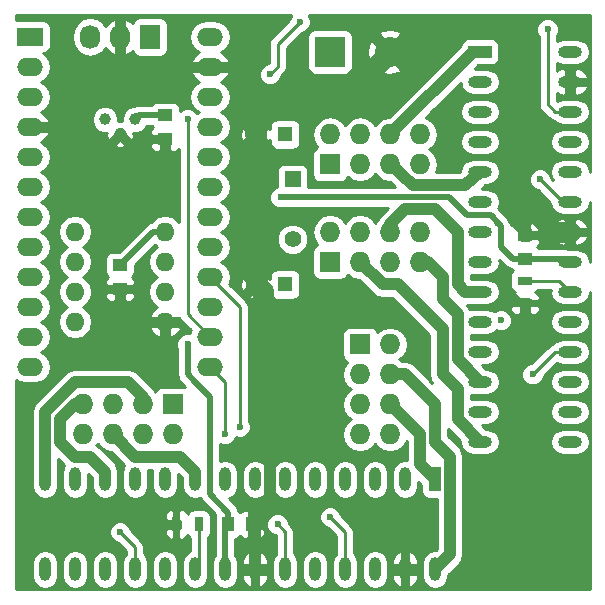
<source format=gbl>
G04 #@! TF.FileFunction,Copper,L2,Bot,Signal*
%FSLAX46Y46*%
G04 Gerber Fmt 4.6, Leading zero omitted, Abs format (unit mm)*
G04 Created by KiCad (PCBNEW 4.0.2-stable) date 4-8-2016 15:29:53*
%MOMM*%
G01*
G04 APERTURE LIST*
%ADD10C,0.100000*%
%ADD11R,1.300000X1.300000*%
%ADD12C,1.300000*%
%ADD13R,2.199640X1.524000*%
%ADD14O,2.199640X1.524000*%
%ADD15O,2.197100X1.524000*%
%ADD16R,1.727200X1.727200*%
%ADD17O,1.727200X1.727200*%
%ADD18R,2.540000X2.540000*%
%ADD19C,2.540000*%
%ADD20R,1.727200X2.032000*%
%ADD21O,1.727200X2.032000*%
%ADD22C,1.000760*%
%ADD23O,1.600000X1.600000*%
%ADD24R,1.250000X1.000000*%
%ADD25R,1.000000X1.250000*%
%ADD26R,1.300000X0.700000*%
%ADD27R,0.700000X1.300000*%
%ADD28R,2.000000X1.000000*%
%ADD29O,2.000000X1.000000*%
%ADD30R,1.000000X2.000000*%
%ADD31O,1.000000X2.000000*%
%ADD32R,1.397000X1.397000*%
%ADD33C,1.397000*%
%ADD34C,0.600000*%
%ADD35C,0.500000*%
%ADD36C,1.000000*%
%ADD37C,1.800000*%
%ADD38C,0.250000*%
%ADD39C,0.254000*%
G04 APERTURE END LIST*
D10*
D11*
X93495000Y-103495000D03*
D12*
X90995000Y-103495000D03*
D11*
X93495000Y-90795000D03*
D12*
X90995000Y-90795000D03*
D13*
X71905000Y-82540000D03*
D14*
X71905000Y-85080000D03*
X71905000Y-87620000D03*
X71905000Y-90160000D03*
X71905000Y-92700000D03*
X71905000Y-95240000D03*
X71905000Y-97780000D03*
X71905000Y-100320000D03*
X71905000Y-102860000D03*
X71905000Y-105400000D03*
X71905000Y-107940000D03*
X71905000Y-110480000D03*
X87145000Y-110480000D03*
D15*
X87145000Y-107940000D03*
X87145000Y-105400000D03*
X87145000Y-102860000D03*
X87145000Y-100320000D03*
X87145000Y-97780000D03*
X87145000Y-95240000D03*
X87145000Y-92700000D03*
X87145000Y-90160000D03*
X87145000Y-87620000D03*
X87145000Y-85080000D03*
X87145000Y-82540000D03*
D16*
X97305000Y-93335000D03*
D17*
X97305000Y-90795000D03*
X99845000Y-93335000D03*
X99845000Y-90795000D03*
X102385000Y-93335000D03*
X102385000Y-90795000D03*
X104925000Y-93335000D03*
X104925000Y-90795000D03*
D18*
X97305000Y-83810000D03*
D19*
X102385000Y-83810000D03*
D16*
X97305000Y-101590000D03*
D17*
X97305000Y-99050000D03*
X99845000Y-101590000D03*
X99845000Y-99050000D03*
X102385000Y-101590000D03*
X102385000Y-99050000D03*
X104925000Y-101590000D03*
X104925000Y-99050000D03*
D20*
X82065000Y-82540000D03*
D21*
X79525000Y-82540000D03*
X76985000Y-82540000D03*
D16*
X99845000Y-108575000D03*
D17*
X102385000Y-108575000D03*
X99845000Y-111115000D03*
X102385000Y-111115000D03*
X99845000Y-113655000D03*
X102385000Y-113655000D03*
X99845000Y-116195000D03*
X102385000Y-116195000D03*
D16*
X83970000Y-113655000D03*
D17*
X83970000Y-116195000D03*
X81430000Y-113655000D03*
X81430000Y-116195000D03*
X78890000Y-113655000D03*
X78890000Y-116195000D03*
X76350000Y-113655000D03*
X76350000Y-116195000D03*
D22*
X79525000Y-90795000D03*
X78255000Y-89525000D03*
X80795000Y-89525000D03*
D23*
X75715000Y-99050000D03*
X75715000Y-101590000D03*
X75715000Y-104130000D03*
X75715000Y-106670000D03*
X83335000Y-106670000D03*
X83335000Y-104130000D03*
X83335000Y-101590000D03*
X83335000Y-99050000D03*
D24*
X83335000Y-89160000D03*
X83335000Y-91160000D03*
X113815000Y-101320000D03*
X113815000Y-99320000D03*
D25*
X88685000Y-123815000D03*
X90685000Y-123815000D03*
D24*
X79525000Y-101860000D03*
X79525000Y-103860000D03*
D26*
X113815000Y-103180000D03*
X113815000Y-105080000D03*
D27*
X86190000Y-123815000D03*
X84290000Y-123815000D03*
D28*
X110005000Y-83810000D03*
D29*
X110005000Y-86350000D03*
X110005000Y-88890000D03*
X110005000Y-91430000D03*
X110005000Y-93970000D03*
X110005000Y-96510000D03*
X110005000Y-99050000D03*
X110005000Y-101590000D03*
X110005000Y-104130000D03*
X110005000Y-106670000D03*
X110005000Y-109210000D03*
X110005000Y-111750000D03*
X110005000Y-114290000D03*
X110005000Y-116830000D03*
X117625000Y-116830000D03*
X117625000Y-114290000D03*
X117625000Y-111750000D03*
X117625000Y-109210000D03*
X117625000Y-106670000D03*
X117625000Y-104130000D03*
X117625000Y-101590000D03*
X117625000Y-99050000D03*
X117625000Y-96510000D03*
X117625000Y-93970000D03*
X117625000Y-91430000D03*
X117625000Y-88890000D03*
X117625000Y-86350000D03*
X117625000Y-83810000D03*
D30*
X106195000Y-120005000D03*
D31*
X103655000Y-120005000D03*
X101115000Y-120005000D03*
X98575000Y-120005000D03*
X96035000Y-120005000D03*
X93495000Y-120005000D03*
X90955000Y-120005000D03*
X88415000Y-120005000D03*
X85875000Y-120005000D03*
X83335000Y-120005000D03*
X80795000Y-120005000D03*
X78255000Y-120005000D03*
X75715000Y-120005000D03*
X73175000Y-120005000D03*
X73175000Y-127625000D03*
X75715000Y-127625000D03*
X78255000Y-127625000D03*
X80795000Y-127625000D03*
X83335000Y-127625000D03*
X85875000Y-127625000D03*
X88415000Y-127625000D03*
X90955000Y-127625000D03*
X93495000Y-127625000D03*
X96035000Y-127625000D03*
X98575000Y-127625000D03*
X101115000Y-127625000D03*
X103655000Y-127625000D03*
X106195000Y-127625000D03*
D32*
X94130000Y-94605000D03*
D33*
X94130000Y-99685000D03*
D34*
X84605000Y-126355000D03*
X112545000Y-104130000D03*
X112545000Y-97780000D03*
X113180000Y-86350000D03*
X111529000Y-98288000D03*
X111783000Y-106543000D03*
X93114000Y-96129000D03*
X85240000Y-108575000D03*
X114450000Y-111115000D03*
X79525000Y-124450000D03*
X92860000Y-123815000D03*
X115085000Y-94605000D03*
X88415000Y-116195000D03*
X85240000Y-89525000D03*
X92225000Y-85715000D03*
X94765000Y-81270000D03*
X115720000Y-81905000D03*
X97305000Y-123180000D03*
X89685000Y-115560000D03*
D35*
X113815000Y-99320000D02*
X112545000Y-98050000D01*
X112545000Y-104130000D02*
X113495000Y-105080000D01*
X112545000Y-98050000D02*
X112545000Y-97780000D01*
X113495000Y-105080000D02*
X113815000Y-105080000D01*
D36*
X90685000Y-123815000D02*
X90955000Y-124085000D01*
X90955000Y-124085000D02*
X90955000Y-127625000D01*
X91590000Y-117465000D02*
X92225000Y-118100000D01*
D37*
X91590000Y-104090000D02*
X91590000Y-117465000D01*
X90995000Y-103495000D02*
X91590000Y-104090000D01*
D36*
X92225000Y-122275000D02*
X90685000Y-123815000D01*
X92225000Y-118100000D02*
X92225000Y-122275000D01*
D35*
X113815000Y-99320000D02*
X117355000Y-99320000D01*
X117355000Y-99320000D02*
X117625000Y-99050000D01*
D37*
X113180000Y-84445000D02*
X113180000Y-83175000D01*
X106195000Y-83810000D02*
X108100000Y-81905000D01*
X102385000Y-83810000D02*
X106195000Y-83810000D01*
X116355000Y-99050000D02*
X113180000Y-95875000D01*
X113180000Y-95875000D02*
X113180000Y-86350000D01*
X113180000Y-86350000D02*
X113180000Y-84445000D01*
X116355000Y-99050000D02*
X117625000Y-99050000D01*
X111910000Y-81905000D02*
X108100000Y-81905000D01*
X113180000Y-83175000D02*
X111910000Y-81905000D01*
X90995000Y-90795000D02*
X90995000Y-103495000D01*
X90995000Y-90795000D02*
X90955000Y-90755000D01*
X90955000Y-90755000D02*
X90955000Y-89525000D01*
X90955000Y-89525000D02*
X92860000Y-87620000D01*
X92860000Y-87620000D02*
X98575000Y-87620000D01*
X98575000Y-87620000D02*
X102385000Y-83810000D01*
D35*
X80795000Y-89525000D02*
X81160000Y-89160000D01*
X81160000Y-89160000D02*
X83335000Y-89160000D01*
X110894000Y-97653000D02*
X111529000Y-98288000D01*
X93114000Y-96129000D02*
X95273000Y-96129000D01*
X79525000Y-101860000D02*
X82335000Y-99050000D01*
X82335000Y-99050000D02*
X83335000Y-99050000D01*
X88685000Y-123815000D02*
X88685000Y-122815000D01*
X87145000Y-113020000D02*
X85875000Y-111750000D01*
X87145000Y-121275000D02*
X87145000Y-113020000D01*
X88685000Y-122815000D02*
X87145000Y-121275000D01*
X85875000Y-111750000D02*
X85240000Y-111115000D01*
X85240000Y-111115000D02*
X85240000Y-108575000D01*
X95273000Y-96129000D02*
X96670000Y-96129000D01*
X113815000Y-101320000D02*
X112783000Y-101320000D01*
X107338000Y-96129000D02*
X96670000Y-96129000D01*
X108862000Y-97653000D02*
X107338000Y-96129000D01*
X110894000Y-97653000D02*
X108862000Y-97653000D01*
X111783000Y-98542000D02*
X110894000Y-97653000D01*
X111783000Y-100320000D02*
X111783000Y-98542000D01*
X112783000Y-101320000D02*
X111783000Y-100320000D01*
X88415000Y-127625000D02*
X88415000Y-124085000D01*
X88415000Y-124085000D02*
X88685000Y-123815000D01*
X117625000Y-101590000D02*
X117355000Y-101320000D01*
X117355000Y-101320000D02*
X113815000Y-101320000D01*
D38*
X114450000Y-111115000D02*
X116355000Y-109210000D01*
X80795000Y-127625000D02*
X80795000Y-125720000D01*
X80795000Y-125720000D02*
X79525000Y-124450000D01*
X116355000Y-109210000D02*
X117625000Y-109210000D01*
X93495000Y-127625000D02*
X93495000Y-124450000D01*
X93495000Y-124450000D02*
X92860000Y-123815000D01*
X115085000Y-94605000D02*
X116990000Y-96510000D01*
X116990000Y-96510000D02*
X117625000Y-96510000D01*
X87145000Y-110480000D02*
X88415000Y-111750000D01*
X88415000Y-111750000D02*
X88415000Y-116195000D01*
X85240000Y-89525000D02*
X85240000Y-106035000D01*
X85240000Y-106035000D02*
X87145000Y-107940000D01*
X92860000Y-83175000D02*
X94765000Y-81270000D01*
X92860000Y-85080000D02*
X92860000Y-83175000D01*
X92225000Y-85715000D02*
X92860000Y-85080000D01*
X117625000Y-88890000D02*
X116355000Y-88890000D01*
X115720000Y-88255000D02*
X115720000Y-81905000D01*
X116355000Y-88890000D02*
X115720000Y-88255000D01*
X98575000Y-127625000D02*
X98575000Y-124450000D01*
X98575000Y-124450000D02*
X97305000Y-123180000D01*
X89685000Y-105400000D02*
X89685000Y-115560000D01*
X87145000Y-102860000D02*
X89685000Y-105400000D01*
D36*
X102385000Y-93335000D02*
X104290000Y-95113000D01*
X108735000Y-95113000D02*
X110005000Y-93970000D01*
X104290000Y-95113000D02*
X108735000Y-95113000D01*
X102385000Y-90795000D02*
X109370000Y-83810000D01*
X109370000Y-83810000D02*
X110005000Y-83810000D01*
X99845000Y-101590000D02*
X101750000Y-103495000D01*
X108100000Y-114925000D02*
X110005000Y-116830000D01*
X108100000Y-112385000D02*
X108100000Y-114925000D01*
X106830000Y-111115000D02*
X108100000Y-112385000D01*
X106830000Y-107305000D02*
X106830000Y-111115000D01*
X103020000Y-103495000D02*
X106830000Y-107305000D01*
X101750000Y-103495000D02*
X103020000Y-103495000D01*
X102385000Y-99050000D02*
X102385000Y-98415000D01*
X102385000Y-98415000D02*
X103655000Y-97145000D01*
X103655000Y-97145000D02*
X106195000Y-97145000D01*
X106195000Y-97145000D02*
X108100000Y-99050000D01*
X108100000Y-99050000D02*
X108100000Y-103495000D01*
X108100000Y-103495000D02*
X108735000Y-104130000D01*
X108735000Y-104130000D02*
X110005000Y-104130000D01*
X106830000Y-102860000D02*
X106830000Y-104765000D01*
X105560000Y-101590000D02*
X106830000Y-102860000D01*
X108100000Y-109845000D02*
X110005000Y-111750000D01*
X108100000Y-106035000D02*
X108100000Y-109845000D01*
X106830000Y-104765000D02*
X108100000Y-106035000D01*
X104925000Y-101590000D02*
X105560000Y-101590000D01*
X106195000Y-127625000D02*
X107465000Y-126355000D01*
X103655000Y-111115000D02*
X102385000Y-111115000D01*
X106195000Y-113655000D02*
X103655000Y-111115000D01*
X106195000Y-116830000D02*
X106195000Y-113655000D01*
X107465000Y-118100000D02*
X106195000Y-116830000D01*
X107465000Y-126355000D02*
X107465000Y-118100000D01*
X102385000Y-113655000D02*
X104925000Y-116195000D01*
X104925000Y-118735000D02*
X106195000Y-120005000D01*
X104925000Y-116195000D02*
X104925000Y-118735000D01*
X81430000Y-113655000D02*
X81430000Y-113020000D01*
X81430000Y-113020000D02*
X80160000Y-111750000D01*
X80160000Y-111750000D02*
X75715000Y-111750000D01*
X75715000Y-111750000D02*
X73175000Y-114290000D01*
X73175000Y-114290000D02*
X73175000Y-120005000D01*
X85875000Y-120005000D02*
X85875000Y-119370000D01*
X85875000Y-119370000D02*
X84605000Y-118100000D01*
X84605000Y-118100000D02*
X80795000Y-118100000D01*
X80795000Y-118100000D02*
X78890000Y-116195000D01*
X78255000Y-120005000D02*
X78255000Y-119370000D01*
X78255000Y-119370000D02*
X76985000Y-118100000D01*
X76985000Y-118100000D02*
X75715000Y-118100000D01*
X74445000Y-114925000D02*
X75715000Y-113655000D01*
X74445000Y-116830000D02*
X74445000Y-114925000D01*
X75715000Y-118100000D02*
X74445000Y-116830000D01*
X75715000Y-113655000D02*
X76350000Y-113655000D01*
D38*
X117625000Y-104130000D02*
X116675000Y-103180000D01*
X116675000Y-103180000D02*
X113815000Y-103180000D01*
X85875000Y-127625000D02*
X86190000Y-127310000D01*
X86190000Y-127310000D02*
X86190000Y-123815000D01*
D39*
G36*
X93972808Y-80739673D02*
X93830162Y-81083201D01*
X93830121Y-81130077D01*
X92322599Y-82637599D01*
X92157852Y-82884161D01*
X92100000Y-83175000D01*
X92100000Y-84765198D01*
X92085320Y-84779878D01*
X92039833Y-84779838D01*
X91696057Y-84921883D01*
X91432808Y-85184673D01*
X91290162Y-85528201D01*
X91289838Y-85900167D01*
X91431883Y-86243943D01*
X91694673Y-86507192D01*
X92038201Y-86649838D01*
X92410167Y-86650162D01*
X92753943Y-86508117D01*
X93017192Y-86245327D01*
X93159838Y-85901799D01*
X93159879Y-85854923D01*
X93397401Y-85617401D01*
X93562148Y-85370839D01*
X93620000Y-85080000D01*
X93620000Y-83489802D01*
X94569802Y-82540000D01*
X95387560Y-82540000D01*
X95387560Y-85080000D01*
X95431838Y-85315317D01*
X95570910Y-85531441D01*
X95783110Y-85676431D01*
X96035000Y-85727440D01*
X98575000Y-85727440D01*
X98810317Y-85683162D01*
X99026441Y-85544090D01*
X99171431Y-85331890D01*
X99176463Y-85307038D01*
X101415463Y-85307038D01*
X101566345Y-85571367D01*
X102302707Y-85750577D01*
X103051598Y-85634351D01*
X103203655Y-85571367D01*
X103354537Y-85307038D01*
X102385000Y-84337502D01*
X101415463Y-85307038D01*
X99176463Y-85307038D01*
X99222440Y-85080000D01*
X99222440Y-83727707D01*
X100444423Y-83727707D01*
X100560649Y-84476598D01*
X100623633Y-84628655D01*
X100887962Y-84779537D01*
X101857498Y-83810000D01*
X102912502Y-83810000D01*
X103882038Y-84779537D01*
X104146367Y-84628655D01*
X104325577Y-83892293D01*
X104209351Y-83143402D01*
X104146367Y-82991345D01*
X103882038Y-82840463D01*
X102912502Y-83810000D01*
X101857498Y-83810000D01*
X100887962Y-82840463D01*
X100623633Y-82991345D01*
X100444423Y-83727707D01*
X99222440Y-83727707D01*
X99222440Y-82540000D01*
X99179720Y-82312962D01*
X101415463Y-82312962D01*
X102385000Y-83282498D01*
X103354537Y-82312962D01*
X103203655Y-82048633D01*
X102467293Y-81869423D01*
X101718402Y-81985649D01*
X101566345Y-82048633D01*
X101415463Y-82312962D01*
X99179720Y-82312962D01*
X99178162Y-82304683D01*
X99039090Y-82088559D01*
X98826890Y-81943569D01*
X98575000Y-81892560D01*
X96035000Y-81892560D01*
X95799683Y-81936838D01*
X95583559Y-82075910D01*
X95438569Y-82288110D01*
X95387560Y-82540000D01*
X94569802Y-82540000D01*
X94904680Y-82205122D01*
X94950167Y-82205162D01*
X95293943Y-82063117D01*
X95557192Y-81800327D01*
X95699838Y-81456799D01*
X95700162Y-81084833D01*
X95558117Y-80741057D01*
X95527114Y-80710000D01*
X119290000Y-80710000D01*
X119290000Y-83799784D01*
X119205635Y-83375654D01*
X118959598Y-83007434D01*
X118591378Y-82761397D01*
X118157032Y-82675000D01*
X117092968Y-82675000D01*
X116658622Y-82761397D01*
X116480000Y-82880749D01*
X116480000Y-82467463D01*
X116512192Y-82435327D01*
X116654838Y-82091799D01*
X116655162Y-81719833D01*
X116513117Y-81376057D01*
X116250327Y-81112808D01*
X115906799Y-80970162D01*
X115534833Y-80969838D01*
X115191057Y-81111883D01*
X114927808Y-81374673D01*
X114785162Y-81718201D01*
X114784838Y-82090167D01*
X114926883Y-82433943D01*
X114960000Y-82467118D01*
X114960000Y-88255000D01*
X115017852Y-88545839D01*
X115182599Y-88792401D01*
X115817599Y-89427401D01*
X116064161Y-89592148D01*
X116247699Y-89628656D01*
X116290402Y-89692566D01*
X116658622Y-89938603D01*
X117092968Y-90025000D01*
X118157032Y-90025000D01*
X118591378Y-89938603D01*
X118959598Y-89692566D01*
X119205635Y-89324346D01*
X119290000Y-88900216D01*
X119290000Y-91419784D01*
X119205635Y-90995654D01*
X118959598Y-90627434D01*
X118591378Y-90381397D01*
X118157032Y-90295000D01*
X117092968Y-90295000D01*
X116658622Y-90381397D01*
X116290402Y-90627434D01*
X116044365Y-90995654D01*
X115957968Y-91430000D01*
X116044365Y-91864346D01*
X116290402Y-92232566D01*
X116658622Y-92478603D01*
X117092968Y-92565000D01*
X118157032Y-92565000D01*
X118591378Y-92478603D01*
X118959598Y-92232566D01*
X119205635Y-91864346D01*
X119290000Y-91440216D01*
X119290000Y-93959784D01*
X119205635Y-93535654D01*
X118959598Y-93167434D01*
X118591378Y-92921397D01*
X118157032Y-92835000D01*
X117092968Y-92835000D01*
X116658622Y-92921397D01*
X116290402Y-93167434D01*
X116044365Y-93535654D01*
X115957968Y-93970000D01*
X116044365Y-94404346D01*
X116215964Y-94661162D01*
X116020122Y-94465320D01*
X116020162Y-94419833D01*
X115878117Y-94076057D01*
X115615327Y-93812808D01*
X115271799Y-93670162D01*
X114899833Y-93669838D01*
X114556057Y-93811883D01*
X114292808Y-94074673D01*
X114150162Y-94418201D01*
X114149838Y-94790167D01*
X114291883Y-95133943D01*
X114554673Y-95397192D01*
X114898201Y-95539838D01*
X114945077Y-95539879D01*
X115968588Y-96563390D01*
X116044365Y-96944346D01*
X116290402Y-97312566D01*
X116658622Y-97558603D01*
X117092968Y-97645000D01*
X118157032Y-97645000D01*
X118591378Y-97558603D01*
X118959598Y-97312566D01*
X119205635Y-96944346D01*
X119290000Y-96520216D01*
X119290000Y-101579784D01*
X119205635Y-101155654D01*
X118959598Y-100787434D01*
X118591378Y-100541397D01*
X118157032Y-100455000D01*
X117455549Y-100455000D01*
X117355000Y-100434999D01*
X117354995Y-100435000D01*
X114946844Y-100435000D01*
X114904090Y-100368559D01*
X114835994Y-100322031D01*
X114978327Y-100179698D01*
X115075000Y-99946309D01*
X115075000Y-99728750D01*
X114916250Y-99570000D01*
X114127500Y-99570000D01*
X114127500Y-99713000D01*
X113502500Y-99713000D01*
X113502500Y-99570000D01*
X113422000Y-99570000D01*
X113422000Y-99470115D01*
X116070614Y-99470115D01*
X116264693Y-99832029D01*
X116629450Y-100101726D01*
X117069650Y-100211307D01*
X117252000Y-100046918D01*
X117252000Y-99300000D01*
X117998000Y-99300000D01*
X117998000Y-100046918D01*
X118180350Y-100211307D01*
X118620550Y-100101726D01*
X118985307Y-99832029D01*
X119179386Y-99470115D01*
X119068697Y-99300000D01*
X117998000Y-99300000D01*
X117252000Y-99300000D01*
X116181303Y-99300000D01*
X116070614Y-99470115D01*
X113422000Y-99470115D01*
X113422000Y-99070000D01*
X113502500Y-99070000D01*
X113502500Y-98343750D01*
X114127500Y-98343750D01*
X114127500Y-99070000D01*
X114916250Y-99070000D01*
X115075000Y-98911250D01*
X115075000Y-98693691D01*
X115048571Y-98629885D01*
X116070614Y-98629885D01*
X116181303Y-98800000D01*
X117252000Y-98800000D01*
X117252000Y-98053082D01*
X117998000Y-98053082D01*
X117998000Y-98800000D01*
X119068697Y-98800000D01*
X119179386Y-98629885D01*
X118985307Y-98267971D01*
X118620550Y-97998274D01*
X118180350Y-97888693D01*
X117998000Y-98053082D01*
X117252000Y-98053082D01*
X117069650Y-97888693D01*
X116629450Y-97998274D01*
X116264693Y-98267971D01*
X116070614Y-98629885D01*
X115048571Y-98629885D01*
X114978327Y-98460302D01*
X114799699Y-98281673D01*
X114566310Y-98185000D01*
X114286250Y-98185000D01*
X114127500Y-98343750D01*
X113502500Y-98343750D01*
X113343750Y-98185000D01*
X113063690Y-98185000D01*
X112830301Y-98281673D01*
X112651737Y-98460238D01*
X112600633Y-98203326D01*
X112600633Y-98203325D01*
X112408790Y-97916210D01*
X112408787Y-97916208D01*
X112371745Y-97879166D01*
X112322117Y-97759057D01*
X112059327Y-97495808D01*
X111938014Y-97445434D01*
X111526070Y-97033490D01*
X111585635Y-96944346D01*
X111672032Y-96510000D01*
X111585635Y-96075654D01*
X111339598Y-95707434D01*
X110971378Y-95461397D01*
X110537032Y-95375000D01*
X110140541Y-95375000D01*
X110440541Y-95105000D01*
X110537032Y-95105000D01*
X110971378Y-95018603D01*
X111339598Y-94772566D01*
X111585635Y-94404346D01*
X111672032Y-93970000D01*
X111585635Y-93535654D01*
X111339598Y-93167434D01*
X110971378Y-92921397D01*
X110537032Y-92835000D01*
X109472968Y-92835000D01*
X109038622Y-92921397D01*
X108670402Y-93167434D01*
X108424365Y-93535654D01*
X108344427Y-93937529D01*
X108299459Y-93978000D01*
X106282697Y-93978000D01*
X106309526Y-93937848D01*
X106423600Y-93364359D01*
X106423600Y-93305641D01*
X106309526Y-92732152D01*
X105984670Y-92245971D01*
X105713828Y-92065000D01*
X105984670Y-91884029D01*
X106288042Y-91430000D01*
X108337968Y-91430000D01*
X108424365Y-91864346D01*
X108670402Y-92232566D01*
X109038622Y-92478603D01*
X109472968Y-92565000D01*
X110537032Y-92565000D01*
X110971378Y-92478603D01*
X111339598Y-92232566D01*
X111585635Y-91864346D01*
X111672032Y-91430000D01*
X111585635Y-90995654D01*
X111339598Y-90627434D01*
X110971378Y-90381397D01*
X110537032Y-90295000D01*
X109472968Y-90295000D01*
X109038622Y-90381397D01*
X108670402Y-90627434D01*
X108424365Y-90995654D01*
X108337968Y-91430000D01*
X106288042Y-91430000D01*
X106309526Y-91397848D01*
X106423600Y-90824359D01*
X106423600Y-90765641D01*
X106309526Y-90192152D01*
X105984670Y-89705971D01*
X105498489Y-89381115D01*
X105419691Y-89365441D01*
X105895132Y-88890000D01*
X108337968Y-88890000D01*
X108424365Y-89324346D01*
X108670402Y-89692566D01*
X109038622Y-89938603D01*
X109472968Y-90025000D01*
X110537032Y-90025000D01*
X110971378Y-89938603D01*
X111339598Y-89692566D01*
X111585635Y-89324346D01*
X111672032Y-88890000D01*
X111585635Y-88455654D01*
X111339598Y-88087434D01*
X110971378Y-87841397D01*
X110537032Y-87755000D01*
X109472968Y-87755000D01*
X109038622Y-87841397D01*
X108670402Y-88087434D01*
X108424365Y-88455654D01*
X108337968Y-88890000D01*
X105895132Y-88890000D01*
X108354089Y-86431043D01*
X108424365Y-86784346D01*
X108670402Y-87152566D01*
X109038622Y-87398603D01*
X109472968Y-87485000D01*
X110537032Y-87485000D01*
X110971378Y-87398603D01*
X111339598Y-87152566D01*
X111585635Y-86784346D01*
X111672032Y-86350000D01*
X111585635Y-85915654D01*
X111339598Y-85547434D01*
X110971378Y-85301397D01*
X110537032Y-85215000D01*
X109570132Y-85215000D01*
X109827692Y-84957440D01*
X111005000Y-84957440D01*
X111240317Y-84913162D01*
X111456441Y-84774090D01*
X111601431Y-84561890D01*
X111652440Y-84310000D01*
X111652440Y-83310000D01*
X111608162Y-83074683D01*
X111469090Y-82858559D01*
X111256890Y-82713569D01*
X111005000Y-82662560D01*
X109005000Y-82662560D01*
X108769683Y-82706838D01*
X108553559Y-82845910D01*
X108408569Y-83058110D01*
X108381097Y-83193771D01*
X102288665Y-89286203D01*
X101811511Y-89381115D01*
X101325330Y-89705971D01*
X101115000Y-90020752D01*
X100904670Y-89705971D01*
X100418489Y-89381115D01*
X99845000Y-89267041D01*
X99271511Y-89381115D01*
X98785330Y-89705971D01*
X98575000Y-90020752D01*
X98364670Y-89705971D01*
X97878489Y-89381115D01*
X97305000Y-89267041D01*
X96731511Y-89381115D01*
X96245330Y-89705971D01*
X95920474Y-90192152D01*
X95806400Y-90765641D01*
X95806400Y-90824359D01*
X95920474Y-91397848D01*
X96231574Y-91863442D01*
X96206083Y-91868238D01*
X95989959Y-92007310D01*
X95844969Y-92219510D01*
X95793960Y-92471400D01*
X95793960Y-94198600D01*
X95838238Y-94433917D01*
X95977310Y-94650041D01*
X96189510Y-94795031D01*
X96441400Y-94846040D01*
X98168600Y-94846040D01*
X98403917Y-94801762D01*
X98620041Y-94662690D01*
X98765031Y-94450490D01*
X98773864Y-94406869D01*
X98785330Y-94424029D01*
X99271511Y-94748885D01*
X99845000Y-94862959D01*
X100418489Y-94748885D01*
X100904670Y-94424029D01*
X101115000Y-94109248D01*
X101325330Y-94424029D01*
X101811511Y-94748885D01*
X102351516Y-94856299D01*
X102766910Y-95244000D01*
X95475940Y-95244000D01*
X95475940Y-93906500D01*
X95431662Y-93671183D01*
X95292590Y-93455059D01*
X95080390Y-93310069D01*
X94828500Y-93259060D01*
X93431500Y-93259060D01*
X93196183Y-93303338D01*
X92980059Y-93442410D01*
X92835069Y-93654610D01*
X92784060Y-93906500D01*
X92784060Y-95253657D01*
X92585057Y-95335883D01*
X92321808Y-95598673D01*
X92179162Y-95942201D01*
X92178838Y-96314167D01*
X92320883Y-96657943D01*
X92583673Y-96921192D01*
X92927201Y-97063838D01*
X93299167Y-97064162D01*
X93420569Y-97014000D01*
X102180868Y-97014000D01*
X101582434Y-97612434D01*
X101369083Y-97931736D01*
X101325330Y-97960971D01*
X101115000Y-98275752D01*
X100904670Y-97960971D01*
X100418489Y-97636115D01*
X99845000Y-97522041D01*
X99271511Y-97636115D01*
X98785330Y-97960971D01*
X98575000Y-98275752D01*
X98364670Y-97960971D01*
X97878489Y-97636115D01*
X97305000Y-97522041D01*
X96731511Y-97636115D01*
X96245330Y-97960971D01*
X95920474Y-98447152D01*
X95806400Y-99020641D01*
X95806400Y-99079359D01*
X95920474Y-99652848D01*
X96231574Y-100118442D01*
X96206083Y-100123238D01*
X95989959Y-100262310D01*
X95844969Y-100474510D01*
X95793960Y-100726400D01*
X95793960Y-102453600D01*
X95838238Y-102688917D01*
X95977310Y-102905041D01*
X96189510Y-103050031D01*
X96441400Y-103101040D01*
X98168600Y-103101040D01*
X98403917Y-103056762D01*
X98620041Y-102917690D01*
X98765031Y-102705490D01*
X98773864Y-102661869D01*
X98785330Y-102679029D01*
X99271511Y-103003885D01*
X99748665Y-103098797D01*
X100947434Y-104297566D01*
X101315654Y-104543603D01*
X101750000Y-104630000D01*
X102549868Y-104630000D01*
X105695000Y-107775132D01*
X105695000Y-111115000D01*
X105781397Y-111549346D01*
X105956423Y-111811290D01*
X104457566Y-110312434D01*
X104259122Y-110179838D01*
X104089346Y-110066397D01*
X103655000Y-109980000D01*
X103361290Y-109980000D01*
X103159248Y-109845000D01*
X103474029Y-109634670D01*
X103798885Y-109148489D01*
X103912959Y-108575000D01*
X103798885Y-108001511D01*
X103474029Y-107515330D01*
X102987848Y-107190474D01*
X102414359Y-107076400D01*
X102355641Y-107076400D01*
X101782152Y-107190474D01*
X101316558Y-107501574D01*
X101311762Y-107476083D01*
X101172690Y-107259959D01*
X100960490Y-107114969D01*
X100708600Y-107063960D01*
X98981400Y-107063960D01*
X98746083Y-107108238D01*
X98529959Y-107247310D01*
X98384969Y-107459510D01*
X98333960Y-107711400D01*
X98333960Y-109438600D01*
X98378238Y-109673917D01*
X98517310Y-109890041D01*
X98729510Y-110035031D01*
X98773131Y-110043864D01*
X98755971Y-110055330D01*
X98431115Y-110541511D01*
X98317041Y-111115000D01*
X98431115Y-111688489D01*
X98755971Y-112174670D01*
X99070752Y-112385000D01*
X98755971Y-112595330D01*
X98431115Y-113081511D01*
X98317041Y-113655000D01*
X98431115Y-114228489D01*
X98755971Y-114714670D01*
X99070752Y-114925000D01*
X98755971Y-115135330D01*
X98431115Y-115621511D01*
X98317041Y-116195000D01*
X98431115Y-116768489D01*
X98755971Y-117254670D01*
X99242152Y-117579526D01*
X99815641Y-117693600D01*
X99874359Y-117693600D01*
X100447848Y-117579526D01*
X100934029Y-117254670D01*
X101115000Y-116983828D01*
X101295971Y-117254670D01*
X101782152Y-117579526D01*
X102355641Y-117693600D01*
X102414359Y-117693600D01*
X102987848Y-117579526D01*
X103474029Y-117254670D01*
X103790000Y-116781786D01*
X103790000Y-118364821D01*
X103655000Y-118337968D01*
X103220654Y-118424365D01*
X102852434Y-118670402D01*
X102606397Y-119038622D01*
X102520000Y-119472968D01*
X102520000Y-120537032D01*
X102606397Y-120971378D01*
X102852434Y-121339598D01*
X103220654Y-121585635D01*
X103655000Y-121672032D01*
X104089346Y-121585635D01*
X104457566Y-121339598D01*
X104703603Y-120971378D01*
X104790000Y-120537032D01*
X104790000Y-120205132D01*
X105047560Y-120462692D01*
X105047560Y-121005000D01*
X105091838Y-121240317D01*
X105230910Y-121456441D01*
X105443110Y-121601431D01*
X105695000Y-121652440D01*
X106330000Y-121652440D01*
X106330000Y-125884868D01*
X106246630Y-125968238D01*
X106195000Y-125957968D01*
X105760654Y-126044365D01*
X105392434Y-126290402D01*
X105146397Y-126658622D01*
X105060000Y-127092968D01*
X105060000Y-128157032D01*
X105146397Y-128591378D01*
X105392434Y-128959598D01*
X105760654Y-129205635D01*
X106184784Y-129290000D01*
X101125216Y-129290000D01*
X101549346Y-129205635D01*
X101917566Y-128959598D01*
X102163603Y-128591378D01*
X102245361Y-128180350D01*
X102493693Y-128180350D01*
X102603274Y-128620550D01*
X102872971Y-128985307D01*
X103234885Y-129179386D01*
X103405000Y-129068697D01*
X103405000Y-127998000D01*
X103905000Y-127998000D01*
X103905000Y-129068697D01*
X104075115Y-129179386D01*
X104437029Y-128985307D01*
X104706726Y-128620550D01*
X104816307Y-128180350D01*
X104651918Y-127998000D01*
X103905000Y-127998000D01*
X103405000Y-127998000D01*
X102658082Y-127998000D01*
X102493693Y-128180350D01*
X102245361Y-128180350D01*
X102250000Y-128157032D01*
X102250000Y-127092968D01*
X102245362Y-127069650D01*
X102493693Y-127069650D01*
X102658082Y-127252000D01*
X103405000Y-127252000D01*
X103405000Y-126181303D01*
X103905000Y-126181303D01*
X103905000Y-127252000D01*
X104651918Y-127252000D01*
X104816307Y-127069650D01*
X104706726Y-126629450D01*
X104437029Y-126264693D01*
X104075115Y-126070614D01*
X103905000Y-126181303D01*
X103405000Y-126181303D01*
X103234885Y-126070614D01*
X102872971Y-126264693D01*
X102603274Y-126629450D01*
X102493693Y-127069650D01*
X102245362Y-127069650D01*
X102163603Y-126658622D01*
X101917566Y-126290402D01*
X101549346Y-126044365D01*
X101115000Y-125957968D01*
X100680654Y-126044365D01*
X100312434Y-126290402D01*
X100066397Y-126658622D01*
X99980000Y-127092968D01*
X99980000Y-128157032D01*
X100066397Y-128591378D01*
X100312434Y-128959598D01*
X100680654Y-129205635D01*
X101104784Y-129290000D01*
X98585216Y-129290000D01*
X99009346Y-129205635D01*
X99377566Y-128959598D01*
X99623603Y-128591378D01*
X99710000Y-128157032D01*
X99710000Y-127092968D01*
X99623603Y-126658622D01*
X99377566Y-126290402D01*
X99335000Y-126261960D01*
X99335000Y-124450000D01*
X99277148Y-124159161D01*
X99277148Y-124159160D01*
X99112401Y-123912599D01*
X98240122Y-123040320D01*
X98240162Y-122994833D01*
X98098117Y-122651057D01*
X97835327Y-122387808D01*
X97491799Y-122245162D01*
X97119833Y-122244838D01*
X96776057Y-122386883D01*
X96512808Y-122649673D01*
X96370162Y-122993201D01*
X96369838Y-123365167D01*
X96511883Y-123708943D01*
X96774673Y-123972192D01*
X97118201Y-124114838D01*
X97165077Y-124114879D01*
X97815000Y-124764802D01*
X97815000Y-126261960D01*
X97772434Y-126290402D01*
X97526397Y-126658622D01*
X97440000Y-127092968D01*
X97440000Y-128157032D01*
X97526397Y-128591378D01*
X97772434Y-128959598D01*
X98140654Y-129205635D01*
X98564784Y-129290000D01*
X96045216Y-129290000D01*
X96469346Y-129205635D01*
X96837566Y-128959598D01*
X97083603Y-128591378D01*
X97170000Y-128157032D01*
X97170000Y-127092968D01*
X97083603Y-126658622D01*
X96837566Y-126290402D01*
X96469346Y-126044365D01*
X96035000Y-125957968D01*
X95600654Y-126044365D01*
X95232434Y-126290402D01*
X94986397Y-126658622D01*
X94900000Y-127092968D01*
X94900000Y-128157032D01*
X94986397Y-128591378D01*
X95232434Y-128959598D01*
X95600654Y-129205635D01*
X96024784Y-129290000D01*
X93505216Y-129290000D01*
X93929346Y-129205635D01*
X94297566Y-128959598D01*
X94543603Y-128591378D01*
X94630000Y-128157032D01*
X94630000Y-127092968D01*
X94543603Y-126658622D01*
X94297566Y-126290402D01*
X94255000Y-126261960D01*
X94255000Y-124450000D01*
X94197148Y-124159161D01*
X94032401Y-123912599D01*
X93795122Y-123675320D01*
X93795162Y-123629833D01*
X93653117Y-123286057D01*
X93390327Y-123022808D01*
X93046799Y-122880162D01*
X92674833Y-122879838D01*
X92331057Y-123021883D01*
X92067808Y-123284673D01*
X91925162Y-123628201D01*
X91924838Y-124000167D01*
X92066883Y-124343943D01*
X92329673Y-124607192D01*
X92673201Y-124749838D01*
X92720077Y-124749879D01*
X92735000Y-124764802D01*
X92735000Y-126261960D01*
X92692434Y-126290402D01*
X92446397Y-126658622D01*
X92360000Y-127092968D01*
X92360000Y-128157032D01*
X92446397Y-128591378D01*
X92692434Y-128959598D01*
X93060654Y-129205635D01*
X93484784Y-129290000D01*
X88425216Y-129290000D01*
X88849346Y-129205635D01*
X89217566Y-128959598D01*
X89463603Y-128591378D01*
X89545361Y-128180350D01*
X89793693Y-128180350D01*
X89903274Y-128620550D01*
X90172971Y-128985307D01*
X90534885Y-129179386D01*
X90705000Y-129068697D01*
X90705000Y-127998000D01*
X91205000Y-127998000D01*
X91205000Y-129068697D01*
X91375115Y-129179386D01*
X91737029Y-128985307D01*
X92006726Y-128620550D01*
X92116307Y-128180350D01*
X91951918Y-127998000D01*
X91205000Y-127998000D01*
X90705000Y-127998000D01*
X89958082Y-127998000D01*
X89793693Y-128180350D01*
X89545361Y-128180350D01*
X89550000Y-128157032D01*
X89550000Y-127092968D01*
X89545362Y-127069650D01*
X89793693Y-127069650D01*
X89958082Y-127252000D01*
X90705000Y-127252000D01*
X90705000Y-126181303D01*
X91205000Y-126181303D01*
X91205000Y-127252000D01*
X91951918Y-127252000D01*
X92116307Y-127069650D01*
X92006726Y-126629450D01*
X91737029Y-126264693D01*
X91375115Y-126070614D01*
X91205000Y-126181303D01*
X90705000Y-126181303D01*
X90534885Y-126070614D01*
X90172971Y-126264693D01*
X89903274Y-126629450D01*
X89793693Y-127069650D01*
X89545362Y-127069650D01*
X89463603Y-126658622D01*
X89300000Y-126413773D01*
X89300000Y-125065801D01*
X89420317Y-125043162D01*
X89636441Y-124904090D01*
X89682969Y-124835994D01*
X89825302Y-124978327D01*
X90058691Y-125075000D01*
X90276250Y-125075000D01*
X90435000Y-124916250D01*
X90435000Y-124127500D01*
X90935000Y-124127500D01*
X90935000Y-124916250D01*
X91093750Y-125075000D01*
X91311309Y-125075000D01*
X91544698Y-124978327D01*
X91723327Y-124799699D01*
X91820000Y-124566310D01*
X91820000Y-124286250D01*
X91661250Y-124127500D01*
X90935000Y-124127500D01*
X90435000Y-124127500D01*
X90292000Y-124127500D01*
X90292000Y-123502500D01*
X90435000Y-123502500D01*
X90435000Y-122713750D01*
X90935000Y-122713750D01*
X90935000Y-123502500D01*
X91661250Y-123502500D01*
X91820000Y-123343750D01*
X91820000Y-123063690D01*
X91723327Y-122830301D01*
X91544698Y-122651673D01*
X91311309Y-122555000D01*
X91093750Y-122555000D01*
X90935000Y-122713750D01*
X90435000Y-122713750D01*
X90276250Y-122555000D01*
X90058691Y-122555000D01*
X89825302Y-122651673D01*
X89684064Y-122792910D01*
X89649090Y-122738559D01*
X89539964Y-122663996D01*
X89502633Y-122476326D01*
X89502633Y-122476325D01*
X89310790Y-122189210D01*
X89310787Y-122189208D01*
X88730796Y-121609216D01*
X88849346Y-121585635D01*
X89217566Y-121339598D01*
X89463603Y-120971378D01*
X89550000Y-120537032D01*
X89550000Y-119472968D01*
X89820000Y-119472968D01*
X89820000Y-120537032D01*
X89906397Y-120971378D01*
X90152434Y-121339598D01*
X90520654Y-121585635D01*
X90955000Y-121672032D01*
X91389346Y-121585635D01*
X91757566Y-121339598D01*
X92003603Y-120971378D01*
X92090000Y-120537032D01*
X92090000Y-119472968D01*
X92360000Y-119472968D01*
X92360000Y-120537032D01*
X92446397Y-120971378D01*
X92692434Y-121339598D01*
X93060654Y-121585635D01*
X93495000Y-121672032D01*
X93929346Y-121585635D01*
X94297566Y-121339598D01*
X94543603Y-120971378D01*
X94630000Y-120537032D01*
X94630000Y-119472968D01*
X94900000Y-119472968D01*
X94900000Y-120537032D01*
X94986397Y-120971378D01*
X95232434Y-121339598D01*
X95600654Y-121585635D01*
X96035000Y-121672032D01*
X96469346Y-121585635D01*
X96837566Y-121339598D01*
X97083603Y-120971378D01*
X97170000Y-120537032D01*
X97170000Y-119472968D01*
X97440000Y-119472968D01*
X97440000Y-120537032D01*
X97526397Y-120971378D01*
X97772434Y-121339598D01*
X98140654Y-121585635D01*
X98575000Y-121672032D01*
X99009346Y-121585635D01*
X99377566Y-121339598D01*
X99623603Y-120971378D01*
X99710000Y-120537032D01*
X99710000Y-119472968D01*
X99980000Y-119472968D01*
X99980000Y-120537032D01*
X100066397Y-120971378D01*
X100312434Y-121339598D01*
X100680654Y-121585635D01*
X101115000Y-121672032D01*
X101549346Y-121585635D01*
X101917566Y-121339598D01*
X102163603Y-120971378D01*
X102250000Y-120537032D01*
X102250000Y-119472968D01*
X102163603Y-119038622D01*
X101917566Y-118670402D01*
X101549346Y-118424365D01*
X101115000Y-118337968D01*
X100680654Y-118424365D01*
X100312434Y-118670402D01*
X100066397Y-119038622D01*
X99980000Y-119472968D01*
X99710000Y-119472968D01*
X99623603Y-119038622D01*
X99377566Y-118670402D01*
X99009346Y-118424365D01*
X98575000Y-118337968D01*
X98140654Y-118424365D01*
X97772434Y-118670402D01*
X97526397Y-119038622D01*
X97440000Y-119472968D01*
X97170000Y-119472968D01*
X97083603Y-119038622D01*
X96837566Y-118670402D01*
X96469346Y-118424365D01*
X96035000Y-118337968D01*
X95600654Y-118424365D01*
X95232434Y-118670402D01*
X94986397Y-119038622D01*
X94900000Y-119472968D01*
X94630000Y-119472968D01*
X94543603Y-119038622D01*
X94297566Y-118670402D01*
X93929346Y-118424365D01*
X93495000Y-118337968D01*
X93060654Y-118424365D01*
X92692434Y-118670402D01*
X92446397Y-119038622D01*
X92360000Y-119472968D01*
X92090000Y-119472968D01*
X92003603Y-119038622D01*
X91757566Y-118670402D01*
X91389346Y-118424365D01*
X90955000Y-118337968D01*
X90520654Y-118424365D01*
X90152434Y-118670402D01*
X89906397Y-119038622D01*
X89820000Y-119472968D01*
X89550000Y-119472968D01*
X89463603Y-119038622D01*
X89217566Y-118670402D01*
X88849346Y-118424365D01*
X88415000Y-118337968D01*
X88030000Y-118414549D01*
X88030000Y-117047537D01*
X88228201Y-117129838D01*
X88600167Y-117130162D01*
X88943943Y-116988117D01*
X89207192Y-116725327D01*
X89331622Y-116425668D01*
X89498201Y-116494838D01*
X89870167Y-116495162D01*
X90213943Y-116353117D01*
X90477192Y-116090327D01*
X90619838Y-115746799D01*
X90620162Y-115374833D01*
X90478117Y-115031057D01*
X90445000Y-114997882D01*
X90445000Y-105400000D01*
X90387148Y-105109161D01*
X90387148Y-105109160D01*
X90222401Y-104862599D01*
X89865686Y-104505884D01*
X90443735Y-104505884D01*
X90511898Y-104712856D01*
X91014725Y-104805028D01*
X91478102Y-104712856D01*
X91546265Y-104505884D01*
X90995000Y-103954619D01*
X90443735Y-104505884D01*
X89865686Y-104505884D01*
X88874527Y-103514725D01*
X89684972Y-103514725D01*
X89777144Y-103978102D01*
X89984116Y-104046265D01*
X90535381Y-103495000D01*
X91454619Y-103495000D01*
X92005884Y-104046265D01*
X92197560Y-103983139D01*
X92197560Y-104145000D01*
X92241838Y-104380317D01*
X92380910Y-104596441D01*
X92593110Y-104741431D01*
X92845000Y-104792440D01*
X94145000Y-104792440D01*
X94380317Y-104748162D01*
X94596441Y-104609090D01*
X94741431Y-104396890D01*
X94792440Y-104145000D01*
X94792440Y-102845000D01*
X94748162Y-102609683D01*
X94609090Y-102393559D01*
X94396890Y-102248569D01*
X94145000Y-102197560D01*
X92845000Y-102197560D01*
X92609683Y-102241838D01*
X92393559Y-102380910D01*
X92248569Y-102593110D01*
X92197560Y-102845000D01*
X92197560Y-103006861D01*
X92005884Y-102943735D01*
X91454619Y-103495000D01*
X90535381Y-103495000D01*
X89984116Y-102943735D01*
X89777144Y-103011898D01*
X89684972Y-103514725D01*
X88874527Y-103514725D01*
X88785439Y-103425637D01*
X88806172Y-103394609D01*
X88912512Y-102860000D01*
X88837745Y-102484116D01*
X90443735Y-102484116D01*
X90995000Y-103035381D01*
X91546265Y-102484116D01*
X91478102Y-102277144D01*
X90975275Y-102184972D01*
X90511898Y-102277144D01*
X90443735Y-102484116D01*
X88837745Y-102484116D01*
X88806172Y-102325391D01*
X88503340Y-101872172D01*
X88081041Y-101590000D01*
X88503340Y-101307828D01*
X88806172Y-100854609D01*
X88912512Y-100320000D01*
X88838733Y-99949086D01*
X92796269Y-99949086D01*
X92998854Y-100439380D01*
X93373647Y-100814827D01*
X93863587Y-101018268D01*
X94394086Y-101018731D01*
X94884380Y-100816146D01*
X95259827Y-100441353D01*
X95463268Y-99951413D01*
X95463731Y-99420914D01*
X95261146Y-98930620D01*
X94886353Y-98555173D01*
X94396413Y-98351732D01*
X93865914Y-98351269D01*
X93375620Y-98553854D01*
X93000173Y-98928647D01*
X92796732Y-99418587D01*
X92796269Y-99949086D01*
X88838733Y-99949086D01*
X88806172Y-99785391D01*
X88503340Y-99332172D01*
X88081041Y-99050000D01*
X88503340Y-98767828D01*
X88806172Y-98314609D01*
X88912512Y-97780000D01*
X88806172Y-97245391D01*
X88503340Y-96792172D01*
X88081041Y-96510000D01*
X88503340Y-96227828D01*
X88806172Y-95774609D01*
X88912512Y-95240000D01*
X88806172Y-94705391D01*
X88503340Y-94252172D01*
X88081041Y-93970000D01*
X88503340Y-93687828D01*
X88806172Y-93234609D01*
X88912512Y-92700000D01*
X88806172Y-92165391D01*
X88565957Y-91805884D01*
X90443735Y-91805884D01*
X90511898Y-92012856D01*
X91014725Y-92105028D01*
X91478102Y-92012856D01*
X91546265Y-91805884D01*
X90995000Y-91254619D01*
X90443735Y-91805884D01*
X88565957Y-91805884D01*
X88503340Y-91712172D01*
X88081041Y-91430000D01*
X88503340Y-91147828D01*
X88725912Y-90814725D01*
X89684972Y-90814725D01*
X89777144Y-91278102D01*
X89984116Y-91346265D01*
X90535381Y-90795000D01*
X91454619Y-90795000D01*
X92005884Y-91346265D01*
X92197560Y-91283139D01*
X92197560Y-91445000D01*
X92241838Y-91680317D01*
X92380910Y-91896441D01*
X92593110Y-92041431D01*
X92845000Y-92092440D01*
X94145000Y-92092440D01*
X94380317Y-92048162D01*
X94596441Y-91909090D01*
X94741431Y-91696890D01*
X94792440Y-91445000D01*
X94792440Y-90145000D01*
X94748162Y-89909683D01*
X94609090Y-89693559D01*
X94396890Y-89548569D01*
X94145000Y-89497560D01*
X92845000Y-89497560D01*
X92609683Y-89541838D01*
X92393559Y-89680910D01*
X92248569Y-89893110D01*
X92197560Y-90145000D01*
X92197560Y-90306861D01*
X92005884Y-90243735D01*
X91454619Y-90795000D01*
X90535381Y-90795000D01*
X89984116Y-90243735D01*
X89777144Y-90311898D01*
X89684972Y-90814725D01*
X88725912Y-90814725D01*
X88806172Y-90694609D01*
X88912512Y-90160000D01*
X88837745Y-89784116D01*
X90443735Y-89784116D01*
X90995000Y-90335381D01*
X91546265Y-89784116D01*
X91478102Y-89577144D01*
X90975275Y-89484972D01*
X90511898Y-89577144D01*
X90443735Y-89784116D01*
X88837745Y-89784116D01*
X88806172Y-89625391D01*
X88503340Y-89172172D01*
X88081041Y-88890000D01*
X88503340Y-88607828D01*
X88806172Y-88154609D01*
X88912512Y-87620000D01*
X88806172Y-87085391D01*
X88503340Y-86632172D01*
X88050121Y-86329340D01*
X88040685Y-86327463D01*
X88240014Y-86247940D01*
X88629231Y-85868784D01*
X88752909Y-85659013D01*
X88662285Y-85453000D01*
X87518000Y-85453000D01*
X87518000Y-85473000D01*
X86772000Y-85473000D01*
X86772000Y-85453000D01*
X85627715Y-85453000D01*
X85537091Y-85659013D01*
X85660769Y-85868784D01*
X86049986Y-86247940D01*
X86249315Y-86327463D01*
X86239879Y-86329340D01*
X85786660Y-86632172D01*
X85483828Y-87085391D01*
X85377488Y-87620000D01*
X85483828Y-88154609D01*
X85786660Y-88607828D01*
X86208959Y-88890000D01*
X86036820Y-89005020D01*
X86033117Y-88996057D01*
X85770327Y-88732808D01*
X85426799Y-88590162D01*
X85054833Y-88589838D01*
X84711057Y-88731883D01*
X84607440Y-88835319D01*
X84607440Y-88660000D01*
X84563162Y-88424683D01*
X84424090Y-88208559D01*
X84211890Y-88063569D01*
X83960000Y-88012560D01*
X82710000Y-88012560D01*
X82474683Y-88056838D01*
X82258559Y-88195910D01*
X82204519Y-88275000D01*
X81160005Y-88275000D01*
X81160000Y-88274999D01*
X80877516Y-88331190D01*
X80821325Y-88342367D01*
X80750663Y-88389581D01*
X80570150Y-88389424D01*
X80152699Y-88561911D01*
X79833033Y-88881019D01*
X79659818Y-89298168D01*
X79659500Y-89662333D01*
X79545578Y-89637560D01*
X79390257Y-89665595D01*
X79390576Y-89300150D01*
X79218089Y-88882699D01*
X78898981Y-88563033D01*
X78481832Y-88389818D01*
X78030150Y-88389424D01*
X77612699Y-88561911D01*
X77293033Y-88881019D01*
X77119818Y-89298168D01*
X77119424Y-89749850D01*
X77291911Y-90167301D01*
X77611019Y-90486967D01*
X78028168Y-90660182D01*
X78392333Y-90660500D01*
X78367560Y-90774422D01*
X78447791Y-91218922D01*
X78463539Y-91256944D01*
X78664293Y-91301885D01*
X79171178Y-90795000D01*
X79070196Y-90694018D01*
X79424018Y-90340196D01*
X79525000Y-90441178D01*
X79625982Y-90340196D01*
X79979804Y-90694018D01*
X79878822Y-90795000D01*
X80385707Y-91301885D01*
X80586461Y-91256944D01*
X80682440Y-90815578D01*
X80654405Y-90660257D01*
X81019850Y-90660576D01*
X81437301Y-90488089D01*
X81756967Y-90168981D01*
X81808448Y-90045000D01*
X82203156Y-90045000D01*
X82245910Y-90111441D01*
X82314006Y-90157969D01*
X82171673Y-90300302D01*
X82075000Y-90533691D01*
X82075000Y-90751250D01*
X82233750Y-90910000D01*
X83022500Y-90910000D01*
X83022500Y-90767000D01*
X83647500Y-90767000D01*
X83647500Y-90910000D01*
X83728000Y-90910000D01*
X83728000Y-91410000D01*
X83647500Y-91410000D01*
X83647500Y-92136250D01*
X83806250Y-92295000D01*
X84086310Y-92295000D01*
X84319699Y-92198327D01*
X84480000Y-92038025D01*
X84480000Y-98188238D01*
X84377811Y-98035302D01*
X83912264Y-97724233D01*
X83363113Y-97615000D01*
X83306887Y-97615000D01*
X82757736Y-97724233D01*
X82292189Y-98035302D01*
X82185682Y-98194701D01*
X81996325Y-98232367D01*
X81709210Y-98424210D01*
X81709208Y-98424213D01*
X79420860Y-100712560D01*
X78900000Y-100712560D01*
X78664683Y-100756838D01*
X78448559Y-100895910D01*
X78303569Y-101108110D01*
X78252560Y-101360000D01*
X78252560Y-102360000D01*
X78296838Y-102595317D01*
X78435910Y-102811441D01*
X78504006Y-102857969D01*
X78361673Y-103000302D01*
X78265000Y-103233691D01*
X78265000Y-103451250D01*
X78423750Y-103610000D01*
X79212500Y-103610000D01*
X79212500Y-103467000D01*
X79837500Y-103467000D01*
X79837500Y-103610000D01*
X80626250Y-103610000D01*
X80785000Y-103451250D01*
X80785000Y-103233691D01*
X80688327Y-103000302D01*
X80547090Y-102859064D01*
X80601441Y-102824090D01*
X80746431Y-102611890D01*
X80797440Y-102360000D01*
X80797440Y-101839140D01*
X82459852Y-100176727D01*
X82674275Y-100320000D01*
X82292189Y-100575302D01*
X81981120Y-101040849D01*
X81871887Y-101590000D01*
X81981120Y-102139151D01*
X82292189Y-102604698D01*
X82674275Y-102860000D01*
X82292189Y-103115302D01*
X81981120Y-103580849D01*
X81871887Y-104130000D01*
X81981120Y-104679151D01*
X82292189Y-105144698D01*
X82683881Y-105406419D01*
X82292936Y-105683383D01*
X82024735Y-106084825D01*
X82114473Y-106297000D01*
X82962000Y-106297000D01*
X82962000Y-106277000D01*
X83708000Y-106277000D01*
X83708000Y-106297000D01*
X84532116Y-106297000D01*
X84537852Y-106325839D01*
X84702599Y-106572401D01*
X85504561Y-107374363D01*
X85483828Y-107405391D01*
X85436341Y-107644124D01*
X85426799Y-107640162D01*
X85054833Y-107639838D01*
X84711057Y-107781883D01*
X84447808Y-108044673D01*
X84305162Y-108388201D01*
X84304838Y-108760167D01*
X84355000Y-108881569D01*
X84355000Y-111114995D01*
X84354999Y-111115000D01*
X84394913Y-111315655D01*
X84422367Y-111453675D01*
X84550424Y-111645327D01*
X84614210Y-111740790D01*
X85064047Y-112190627D01*
X84833600Y-112143960D01*
X83106400Y-112143960D01*
X82871083Y-112188238D01*
X82654959Y-112327310D01*
X82509969Y-112539510D01*
X82501136Y-112583131D01*
X82489670Y-112565971D01*
X82445917Y-112536736D01*
X82232566Y-112217434D01*
X80962566Y-110947434D01*
X80778075Y-110824161D01*
X80594346Y-110701397D01*
X80160000Y-110615000D01*
X75715000Y-110615000D01*
X75280654Y-110701397D01*
X74912433Y-110947434D01*
X72372434Y-113487434D01*
X72126397Y-113855654D01*
X72040000Y-114290000D01*
X72040000Y-120537032D01*
X72126397Y-120971378D01*
X72372434Y-121339598D01*
X72740654Y-121585635D01*
X73175000Y-121672032D01*
X73609346Y-121585635D01*
X73977566Y-121339598D01*
X74223603Y-120971378D01*
X74310000Y-120537032D01*
X74310000Y-118300132D01*
X74819442Y-118809574D01*
X74666397Y-119038622D01*
X74580000Y-119472968D01*
X74580000Y-120537032D01*
X74666397Y-120971378D01*
X74912434Y-121339598D01*
X75280654Y-121585635D01*
X75715000Y-121672032D01*
X76149346Y-121585635D01*
X76517566Y-121339598D01*
X76763603Y-120971378D01*
X76850000Y-120537032D01*
X76850000Y-119570132D01*
X77120000Y-119840132D01*
X77120000Y-120537032D01*
X77206397Y-120971378D01*
X77452434Y-121339598D01*
X77820654Y-121585635D01*
X78255000Y-121672032D01*
X78689346Y-121585635D01*
X79057566Y-121339598D01*
X79303603Y-120971378D01*
X79390000Y-120537032D01*
X79390000Y-119370000D01*
X79303603Y-118935654D01*
X79057566Y-118567434D01*
X77787566Y-117297434D01*
X77707002Y-117243603D01*
X77520119Y-117118731D01*
X77620000Y-116969248D01*
X77830330Y-117284029D01*
X78316511Y-117608885D01*
X78793665Y-117703797D01*
X79899442Y-118809574D01*
X79746397Y-119038622D01*
X79660000Y-119472968D01*
X79660000Y-120537032D01*
X79746397Y-120971378D01*
X79992434Y-121339598D01*
X80360654Y-121585635D01*
X80795000Y-121672032D01*
X81229346Y-121585635D01*
X81597566Y-121339598D01*
X81843603Y-120971378D01*
X81930000Y-120537032D01*
X81930000Y-119472968D01*
X81882665Y-119235000D01*
X82247335Y-119235000D01*
X82200000Y-119472968D01*
X82200000Y-120537032D01*
X82286397Y-120971378D01*
X82532434Y-121339598D01*
X82900654Y-121585635D01*
X83335000Y-121672032D01*
X83769346Y-121585635D01*
X84137566Y-121339598D01*
X84383603Y-120971378D01*
X84470000Y-120537032D01*
X84470000Y-119570132D01*
X84740000Y-119840132D01*
X84740000Y-120537032D01*
X84826397Y-120971378D01*
X85072434Y-121339598D01*
X85440654Y-121585635D01*
X85875000Y-121672032D01*
X86309346Y-121585635D01*
X86320330Y-121578296D01*
X86327367Y-121613675D01*
X86353269Y-121652440D01*
X86519210Y-121900790D01*
X87583174Y-122964753D01*
X87537560Y-123190000D01*
X87537560Y-124046989D01*
X87529999Y-124085000D01*
X87530000Y-124085005D01*
X87530000Y-126413773D01*
X87366397Y-126658622D01*
X87280000Y-127092968D01*
X87280000Y-128157032D01*
X87366397Y-128591378D01*
X87612434Y-128959598D01*
X87980654Y-129205635D01*
X88404784Y-129290000D01*
X85885216Y-129290000D01*
X86309346Y-129205635D01*
X86677566Y-128959598D01*
X86923603Y-128591378D01*
X87010000Y-128157032D01*
X87010000Y-127092968D01*
X86950000Y-126791328D01*
X86950000Y-124955757D01*
X86991441Y-124929090D01*
X87136431Y-124716890D01*
X87187440Y-124465000D01*
X87187440Y-123165000D01*
X87143162Y-122929683D01*
X87004090Y-122713559D01*
X86791890Y-122568569D01*
X86540000Y-122517560D01*
X85840000Y-122517560D01*
X85604683Y-122561838D01*
X85388559Y-122700910D01*
X85243569Y-122913110D01*
X85236809Y-122946490D01*
X85178327Y-122805301D01*
X84999698Y-122626673D01*
X84766309Y-122530000D01*
X84623750Y-122530000D01*
X84465000Y-122688750D01*
X84465000Y-123490000D01*
X84640000Y-123490000D01*
X84640000Y-124140000D01*
X84465000Y-124140000D01*
X84465000Y-124941250D01*
X84623750Y-125100000D01*
X84766309Y-125100000D01*
X84999698Y-125003327D01*
X85178327Y-124824699D01*
X85234654Y-124688713D01*
X85236838Y-124700317D01*
X85375910Y-124916441D01*
X85430000Y-124953399D01*
X85430000Y-126051484D01*
X85072434Y-126290402D01*
X84826397Y-126658622D01*
X84740000Y-127092968D01*
X84740000Y-128157032D01*
X84826397Y-128591378D01*
X85072434Y-128959598D01*
X85440654Y-129205635D01*
X85864784Y-129290000D01*
X83345216Y-129290000D01*
X83769346Y-129205635D01*
X84137566Y-128959598D01*
X84383603Y-128591378D01*
X84470000Y-128157032D01*
X84470000Y-127092968D01*
X84383603Y-126658622D01*
X84137566Y-126290402D01*
X83769346Y-126044365D01*
X83335000Y-125957968D01*
X82900654Y-126044365D01*
X82532434Y-126290402D01*
X82286397Y-126658622D01*
X82200000Y-127092968D01*
X82200000Y-128157032D01*
X82286397Y-128591378D01*
X82532434Y-128959598D01*
X82900654Y-129205635D01*
X83324784Y-129290000D01*
X80805216Y-129290000D01*
X81229346Y-129205635D01*
X81597566Y-128959598D01*
X81843603Y-128591378D01*
X81930000Y-128157032D01*
X81930000Y-127092968D01*
X81843603Y-126658622D01*
X81597566Y-126290402D01*
X81555000Y-126261960D01*
X81555000Y-125720000D01*
X81497148Y-125429161D01*
X81497148Y-125429160D01*
X81332401Y-125182599D01*
X80460122Y-124310320D01*
X80460132Y-124298750D01*
X83305000Y-124298750D01*
X83305000Y-124591310D01*
X83401673Y-124824699D01*
X83580302Y-125003327D01*
X83813691Y-125100000D01*
X83956250Y-125100000D01*
X84115000Y-124941250D01*
X84115000Y-124140000D01*
X83463750Y-124140000D01*
X83305000Y-124298750D01*
X80460132Y-124298750D01*
X80460162Y-124264833D01*
X80318117Y-123921057D01*
X80055327Y-123657808D01*
X79711799Y-123515162D01*
X79339833Y-123514838D01*
X78996057Y-123656883D01*
X78732808Y-123919673D01*
X78590162Y-124263201D01*
X78589838Y-124635167D01*
X78731883Y-124978943D01*
X78994673Y-125242192D01*
X79338201Y-125384838D01*
X79385077Y-125384879D01*
X80035000Y-126034802D01*
X80035000Y-126261960D01*
X79992434Y-126290402D01*
X79746397Y-126658622D01*
X79660000Y-127092968D01*
X79660000Y-128157032D01*
X79746397Y-128591378D01*
X79992434Y-128959598D01*
X80360654Y-129205635D01*
X80784784Y-129290000D01*
X78265216Y-129290000D01*
X78689346Y-129205635D01*
X79057566Y-128959598D01*
X79303603Y-128591378D01*
X79390000Y-128157032D01*
X79390000Y-127092968D01*
X79303603Y-126658622D01*
X79057566Y-126290402D01*
X78689346Y-126044365D01*
X78255000Y-125957968D01*
X77820654Y-126044365D01*
X77452434Y-126290402D01*
X77206397Y-126658622D01*
X77120000Y-127092968D01*
X77120000Y-128157032D01*
X77206397Y-128591378D01*
X77452434Y-128959598D01*
X77820654Y-129205635D01*
X78244784Y-129290000D01*
X75725216Y-129290000D01*
X76149346Y-129205635D01*
X76517566Y-128959598D01*
X76763603Y-128591378D01*
X76850000Y-128157032D01*
X76850000Y-127092968D01*
X76763603Y-126658622D01*
X76517566Y-126290402D01*
X76149346Y-126044365D01*
X75715000Y-125957968D01*
X75280654Y-126044365D01*
X74912434Y-126290402D01*
X74666397Y-126658622D01*
X74580000Y-127092968D01*
X74580000Y-128157032D01*
X74666397Y-128591378D01*
X74912434Y-128959598D01*
X75280654Y-129205635D01*
X75704784Y-129290000D01*
X73185216Y-129290000D01*
X73609346Y-129205635D01*
X73977566Y-128959598D01*
X74223603Y-128591378D01*
X74310000Y-128157032D01*
X74310000Y-127092968D01*
X74223603Y-126658622D01*
X73977566Y-126290402D01*
X73609346Y-126044365D01*
X73175000Y-125957968D01*
X72740654Y-126044365D01*
X72372434Y-126290402D01*
X72126397Y-126658622D01*
X72040000Y-127092968D01*
X72040000Y-128157032D01*
X72126397Y-128591378D01*
X72372434Y-128959598D01*
X72740654Y-129205635D01*
X73164784Y-129290000D01*
X70710000Y-129290000D01*
X70710000Y-123038690D01*
X83305000Y-123038690D01*
X83305000Y-123331250D01*
X83463750Y-123490000D01*
X84115000Y-123490000D01*
X84115000Y-122688750D01*
X83956250Y-122530000D01*
X83813691Y-122530000D01*
X83580302Y-122626673D01*
X83401673Y-122805301D01*
X83305000Y-123038690D01*
X70710000Y-123038690D01*
X70710000Y-111577834D01*
X70998584Y-111770660D01*
X71533193Y-111877000D01*
X72276807Y-111877000D01*
X72811416Y-111770660D01*
X73264635Y-111467828D01*
X73567467Y-111014609D01*
X73673807Y-110480000D01*
X73567467Y-109945391D01*
X73264635Y-109492172D01*
X72842336Y-109210000D01*
X73264635Y-108927828D01*
X73567467Y-108474609D01*
X73673807Y-107940000D01*
X73567467Y-107405391D01*
X73264635Y-106952172D01*
X72842336Y-106670000D01*
X73264635Y-106387828D01*
X73567467Y-105934609D01*
X73673807Y-105400000D01*
X73567467Y-104865391D01*
X73264635Y-104412172D01*
X72842336Y-104130000D01*
X73264635Y-103847828D01*
X73567467Y-103394609D01*
X73673807Y-102860000D01*
X73567467Y-102325391D01*
X73264635Y-101872172D01*
X72842336Y-101590000D01*
X73264635Y-101307828D01*
X73567467Y-100854609D01*
X73673807Y-100320000D01*
X73567467Y-99785391D01*
X73264635Y-99332172D01*
X72842336Y-99050000D01*
X74251887Y-99050000D01*
X74361120Y-99599151D01*
X74672189Y-100064698D01*
X75054275Y-100320000D01*
X74672189Y-100575302D01*
X74361120Y-101040849D01*
X74251887Y-101590000D01*
X74361120Y-102139151D01*
X74672189Y-102604698D01*
X75054275Y-102860000D01*
X74672189Y-103115302D01*
X74361120Y-103580849D01*
X74251887Y-104130000D01*
X74361120Y-104679151D01*
X74672189Y-105144698D01*
X75054275Y-105400000D01*
X74672189Y-105655302D01*
X74361120Y-106120849D01*
X74251887Y-106670000D01*
X74361120Y-107219151D01*
X74672189Y-107684698D01*
X75137736Y-107995767D01*
X75686887Y-108105000D01*
X75743113Y-108105000D01*
X76292264Y-107995767D01*
X76757811Y-107684698D01*
X77044809Y-107255175D01*
X82024735Y-107255175D01*
X82292936Y-107656617D01*
X82749820Y-107980296D01*
X82962000Y-107896956D01*
X82962000Y-107043000D01*
X83708000Y-107043000D01*
X83708000Y-107896956D01*
X83920180Y-107980296D01*
X84377064Y-107656617D01*
X84645265Y-107255175D01*
X84555527Y-107043000D01*
X83708000Y-107043000D01*
X82962000Y-107043000D01*
X82114473Y-107043000D01*
X82024735Y-107255175D01*
X77044809Y-107255175D01*
X77068880Y-107219151D01*
X77178113Y-106670000D01*
X77068880Y-106120849D01*
X76757811Y-105655302D01*
X76375725Y-105400000D01*
X76757811Y-105144698D01*
X77068880Y-104679151D01*
X77150513Y-104268750D01*
X78265000Y-104268750D01*
X78265000Y-104486309D01*
X78361673Y-104719698D01*
X78540301Y-104898327D01*
X78773690Y-104995000D01*
X79053750Y-104995000D01*
X79212500Y-104836250D01*
X79212500Y-104110000D01*
X79837500Y-104110000D01*
X79837500Y-104836250D01*
X79996250Y-104995000D01*
X80276310Y-104995000D01*
X80509699Y-104898327D01*
X80688327Y-104719698D01*
X80785000Y-104486309D01*
X80785000Y-104268750D01*
X80626250Y-104110000D01*
X79837500Y-104110000D01*
X79212500Y-104110000D01*
X78423750Y-104110000D01*
X78265000Y-104268750D01*
X77150513Y-104268750D01*
X77178113Y-104130000D01*
X77068880Y-103580849D01*
X76757811Y-103115302D01*
X76375725Y-102860000D01*
X76757811Y-102604698D01*
X77068880Y-102139151D01*
X77178113Y-101590000D01*
X77068880Y-101040849D01*
X76757811Y-100575302D01*
X76375725Y-100320000D01*
X76757811Y-100064698D01*
X77068880Y-99599151D01*
X77178113Y-99050000D01*
X77068880Y-98500849D01*
X76757811Y-98035302D01*
X76292264Y-97724233D01*
X75743113Y-97615000D01*
X75686887Y-97615000D01*
X75137736Y-97724233D01*
X74672189Y-98035302D01*
X74361120Y-98500849D01*
X74251887Y-99050000D01*
X72842336Y-99050000D01*
X73264635Y-98767828D01*
X73567467Y-98314609D01*
X73673807Y-97780000D01*
X73567467Y-97245391D01*
X73264635Y-96792172D01*
X72842336Y-96510000D01*
X73264635Y-96227828D01*
X73567467Y-95774609D01*
X73673807Y-95240000D01*
X73567467Y-94705391D01*
X73264635Y-94252172D01*
X72842336Y-93970000D01*
X73264635Y-93687828D01*
X73567467Y-93234609D01*
X73673807Y-92700000D01*
X73567467Y-92165391D01*
X73264635Y-91712172D01*
X73180130Y-91655707D01*
X79018115Y-91655707D01*
X79063056Y-91856461D01*
X79504422Y-91952440D01*
X79948922Y-91872209D01*
X79986944Y-91856461D01*
X80031885Y-91655707D01*
X79944928Y-91568750D01*
X82075000Y-91568750D01*
X82075000Y-91786309D01*
X82171673Y-92019698D01*
X82350301Y-92198327D01*
X82583690Y-92295000D01*
X82863750Y-92295000D01*
X83022500Y-92136250D01*
X83022500Y-91410000D01*
X82233750Y-91410000D01*
X82075000Y-91568750D01*
X79944928Y-91568750D01*
X79525000Y-91148822D01*
X79018115Y-91655707D01*
X73180130Y-91655707D01*
X72811416Y-91409340D01*
X72802300Y-91407527D01*
X73000289Y-91328748D01*
X73389891Y-90949912D01*
X73514179Y-90739013D01*
X73423555Y-90533000D01*
X72278000Y-90533000D01*
X72278000Y-90553000D01*
X71532000Y-90553000D01*
X71532000Y-90533000D01*
X71512000Y-90533000D01*
X71512000Y-89787000D01*
X71532000Y-89787000D01*
X71532000Y-89767000D01*
X72278000Y-89767000D01*
X72278000Y-89787000D01*
X73423555Y-89787000D01*
X73514179Y-89580987D01*
X73389891Y-89370088D01*
X73000289Y-88991252D01*
X72802300Y-88912473D01*
X72811416Y-88910660D01*
X73264635Y-88607828D01*
X73567467Y-88154609D01*
X73673807Y-87620000D01*
X73567467Y-87085391D01*
X73264635Y-86632172D01*
X72842336Y-86350000D01*
X73264635Y-86067828D01*
X73567467Y-85614609D01*
X73673807Y-85080000D01*
X73567467Y-84545391D01*
X73264635Y-84092172D01*
X73040870Y-83942657D01*
X73240137Y-83905162D01*
X73456261Y-83766090D01*
X73601251Y-83553890D01*
X73652260Y-83302000D01*
X73652260Y-82355255D01*
X75486400Y-82355255D01*
X75486400Y-82724745D01*
X75600474Y-83298234D01*
X75925330Y-83784415D01*
X76411511Y-84109271D01*
X76985000Y-84223345D01*
X77558489Y-84109271D01*
X78044670Y-83784415D01*
X78272872Y-83442887D01*
X78386109Y-83649039D01*
X78838892Y-84012054D01*
X78929537Y-84067618D01*
X79152000Y-83979283D01*
X79152000Y-82913000D01*
X79132000Y-82913000D01*
X79132000Y-82167000D01*
X79152000Y-82167000D01*
X79152000Y-81100717D01*
X79898000Y-81100717D01*
X79898000Y-82167000D01*
X79918000Y-82167000D01*
X79918000Y-82913000D01*
X79898000Y-82913000D01*
X79898000Y-83979283D01*
X80120463Y-84067618D01*
X80211108Y-84012054D01*
X80583582Y-83713426D01*
X80598238Y-83791317D01*
X80737310Y-84007441D01*
X80949510Y-84152431D01*
X81201400Y-84203440D01*
X82928600Y-84203440D01*
X83163917Y-84159162D01*
X83380041Y-84020090D01*
X83525031Y-83807890D01*
X83576040Y-83556000D01*
X83576040Y-82540000D01*
X85377488Y-82540000D01*
X85483828Y-83074609D01*
X85786660Y-83527828D01*
X86239879Y-83830660D01*
X86249315Y-83832537D01*
X86049986Y-83912060D01*
X85660769Y-84291216D01*
X85537091Y-84500987D01*
X85627715Y-84707000D01*
X86772000Y-84707000D01*
X86772000Y-84687000D01*
X87518000Y-84687000D01*
X87518000Y-84707000D01*
X88662285Y-84707000D01*
X88752909Y-84500987D01*
X88629231Y-84291216D01*
X88240014Y-83912060D01*
X88040685Y-83832537D01*
X88050121Y-83830660D01*
X88503340Y-83527828D01*
X88806172Y-83074609D01*
X88912512Y-82540000D01*
X88806172Y-82005391D01*
X88503340Y-81552172D01*
X88050121Y-81249340D01*
X87515512Y-81143000D01*
X86774488Y-81143000D01*
X86239879Y-81249340D01*
X85786660Y-81552172D01*
X85483828Y-82005391D01*
X85377488Y-82540000D01*
X83576040Y-82540000D01*
X83576040Y-81524000D01*
X83531762Y-81288683D01*
X83392690Y-81072559D01*
X83180490Y-80927569D01*
X82928600Y-80876560D01*
X81201400Y-80876560D01*
X80966083Y-80920838D01*
X80749959Y-81059910D01*
X80604969Y-81272110D01*
X80585524Y-81368131D01*
X80211108Y-81067946D01*
X80120463Y-81012382D01*
X79898000Y-81100717D01*
X79152000Y-81100717D01*
X78929537Y-81012382D01*
X78838892Y-81067946D01*
X78386109Y-81430961D01*
X78272872Y-81637113D01*
X78044670Y-81295585D01*
X77558489Y-80970729D01*
X76985000Y-80856655D01*
X76411511Y-80970729D01*
X75925330Y-81295585D01*
X75600474Y-81781766D01*
X75486400Y-82355255D01*
X73652260Y-82355255D01*
X73652260Y-81778000D01*
X73607982Y-81542683D01*
X73468910Y-81326559D01*
X73256710Y-81181569D01*
X73004820Y-81130560D01*
X70805180Y-81130560D01*
X70710000Y-81148469D01*
X70710000Y-80710000D01*
X94002533Y-80710000D01*
X93972808Y-80739673D01*
X93972808Y-80739673D01*
G37*
X93972808Y-80739673D02*
X93830162Y-81083201D01*
X93830121Y-81130077D01*
X92322599Y-82637599D01*
X92157852Y-82884161D01*
X92100000Y-83175000D01*
X92100000Y-84765198D01*
X92085320Y-84779878D01*
X92039833Y-84779838D01*
X91696057Y-84921883D01*
X91432808Y-85184673D01*
X91290162Y-85528201D01*
X91289838Y-85900167D01*
X91431883Y-86243943D01*
X91694673Y-86507192D01*
X92038201Y-86649838D01*
X92410167Y-86650162D01*
X92753943Y-86508117D01*
X93017192Y-86245327D01*
X93159838Y-85901799D01*
X93159879Y-85854923D01*
X93397401Y-85617401D01*
X93562148Y-85370839D01*
X93620000Y-85080000D01*
X93620000Y-83489802D01*
X94569802Y-82540000D01*
X95387560Y-82540000D01*
X95387560Y-85080000D01*
X95431838Y-85315317D01*
X95570910Y-85531441D01*
X95783110Y-85676431D01*
X96035000Y-85727440D01*
X98575000Y-85727440D01*
X98810317Y-85683162D01*
X99026441Y-85544090D01*
X99171431Y-85331890D01*
X99176463Y-85307038D01*
X101415463Y-85307038D01*
X101566345Y-85571367D01*
X102302707Y-85750577D01*
X103051598Y-85634351D01*
X103203655Y-85571367D01*
X103354537Y-85307038D01*
X102385000Y-84337502D01*
X101415463Y-85307038D01*
X99176463Y-85307038D01*
X99222440Y-85080000D01*
X99222440Y-83727707D01*
X100444423Y-83727707D01*
X100560649Y-84476598D01*
X100623633Y-84628655D01*
X100887962Y-84779537D01*
X101857498Y-83810000D01*
X102912502Y-83810000D01*
X103882038Y-84779537D01*
X104146367Y-84628655D01*
X104325577Y-83892293D01*
X104209351Y-83143402D01*
X104146367Y-82991345D01*
X103882038Y-82840463D01*
X102912502Y-83810000D01*
X101857498Y-83810000D01*
X100887962Y-82840463D01*
X100623633Y-82991345D01*
X100444423Y-83727707D01*
X99222440Y-83727707D01*
X99222440Y-82540000D01*
X99179720Y-82312962D01*
X101415463Y-82312962D01*
X102385000Y-83282498D01*
X103354537Y-82312962D01*
X103203655Y-82048633D01*
X102467293Y-81869423D01*
X101718402Y-81985649D01*
X101566345Y-82048633D01*
X101415463Y-82312962D01*
X99179720Y-82312962D01*
X99178162Y-82304683D01*
X99039090Y-82088559D01*
X98826890Y-81943569D01*
X98575000Y-81892560D01*
X96035000Y-81892560D01*
X95799683Y-81936838D01*
X95583559Y-82075910D01*
X95438569Y-82288110D01*
X95387560Y-82540000D01*
X94569802Y-82540000D01*
X94904680Y-82205122D01*
X94950167Y-82205162D01*
X95293943Y-82063117D01*
X95557192Y-81800327D01*
X95699838Y-81456799D01*
X95700162Y-81084833D01*
X95558117Y-80741057D01*
X95527114Y-80710000D01*
X119290000Y-80710000D01*
X119290000Y-83799784D01*
X119205635Y-83375654D01*
X118959598Y-83007434D01*
X118591378Y-82761397D01*
X118157032Y-82675000D01*
X117092968Y-82675000D01*
X116658622Y-82761397D01*
X116480000Y-82880749D01*
X116480000Y-82467463D01*
X116512192Y-82435327D01*
X116654838Y-82091799D01*
X116655162Y-81719833D01*
X116513117Y-81376057D01*
X116250327Y-81112808D01*
X115906799Y-80970162D01*
X115534833Y-80969838D01*
X115191057Y-81111883D01*
X114927808Y-81374673D01*
X114785162Y-81718201D01*
X114784838Y-82090167D01*
X114926883Y-82433943D01*
X114960000Y-82467118D01*
X114960000Y-88255000D01*
X115017852Y-88545839D01*
X115182599Y-88792401D01*
X115817599Y-89427401D01*
X116064161Y-89592148D01*
X116247699Y-89628656D01*
X116290402Y-89692566D01*
X116658622Y-89938603D01*
X117092968Y-90025000D01*
X118157032Y-90025000D01*
X118591378Y-89938603D01*
X118959598Y-89692566D01*
X119205635Y-89324346D01*
X119290000Y-88900216D01*
X119290000Y-91419784D01*
X119205635Y-90995654D01*
X118959598Y-90627434D01*
X118591378Y-90381397D01*
X118157032Y-90295000D01*
X117092968Y-90295000D01*
X116658622Y-90381397D01*
X116290402Y-90627434D01*
X116044365Y-90995654D01*
X115957968Y-91430000D01*
X116044365Y-91864346D01*
X116290402Y-92232566D01*
X116658622Y-92478603D01*
X117092968Y-92565000D01*
X118157032Y-92565000D01*
X118591378Y-92478603D01*
X118959598Y-92232566D01*
X119205635Y-91864346D01*
X119290000Y-91440216D01*
X119290000Y-93959784D01*
X119205635Y-93535654D01*
X118959598Y-93167434D01*
X118591378Y-92921397D01*
X118157032Y-92835000D01*
X117092968Y-92835000D01*
X116658622Y-92921397D01*
X116290402Y-93167434D01*
X116044365Y-93535654D01*
X115957968Y-93970000D01*
X116044365Y-94404346D01*
X116215964Y-94661162D01*
X116020122Y-94465320D01*
X116020162Y-94419833D01*
X115878117Y-94076057D01*
X115615327Y-93812808D01*
X115271799Y-93670162D01*
X114899833Y-93669838D01*
X114556057Y-93811883D01*
X114292808Y-94074673D01*
X114150162Y-94418201D01*
X114149838Y-94790167D01*
X114291883Y-95133943D01*
X114554673Y-95397192D01*
X114898201Y-95539838D01*
X114945077Y-95539879D01*
X115968588Y-96563390D01*
X116044365Y-96944346D01*
X116290402Y-97312566D01*
X116658622Y-97558603D01*
X117092968Y-97645000D01*
X118157032Y-97645000D01*
X118591378Y-97558603D01*
X118959598Y-97312566D01*
X119205635Y-96944346D01*
X119290000Y-96520216D01*
X119290000Y-101579784D01*
X119205635Y-101155654D01*
X118959598Y-100787434D01*
X118591378Y-100541397D01*
X118157032Y-100455000D01*
X117455549Y-100455000D01*
X117355000Y-100434999D01*
X117354995Y-100435000D01*
X114946844Y-100435000D01*
X114904090Y-100368559D01*
X114835994Y-100322031D01*
X114978327Y-100179698D01*
X115075000Y-99946309D01*
X115075000Y-99728750D01*
X114916250Y-99570000D01*
X114127500Y-99570000D01*
X114127500Y-99713000D01*
X113502500Y-99713000D01*
X113502500Y-99570000D01*
X113422000Y-99570000D01*
X113422000Y-99470115D01*
X116070614Y-99470115D01*
X116264693Y-99832029D01*
X116629450Y-100101726D01*
X117069650Y-100211307D01*
X117252000Y-100046918D01*
X117252000Y-99300000D01*
X117998000Y-99300000D01*
X117998000Y-100046918D01*
X118180350Y-100211307D01*
X118620550Y-100101726D01*
X118985307Y-99832029D01*
X119179386Y-99470115D01*
X119068697Y-99300000D01*
X117998000Y-99300000D01*
X117252000Y-99300000D01*
X116181303Y-99300000D01*
X116070614Y-99470115D01*
X113422000Y-99470115D01*
X113422000Y-99070000D01*
X113502500Y-99070000D01*
X113502500Y-98343750D01*
X114127500Y-98343750D01*
X114127500Y-99070000D01*
X114916250Y-99070000D01*
X115075000Y-98911250D01*
X115075000Y-98693691D01*
X115048571Y-98629885D01*
X116070614Y-98629885D01*
X116181303Y-98800000D01*
X117252000Y-98800000D01*
X117252000Y-98053082D01*
X117998000Y-98053082D01*
X117998000Y-98800000D01*
X119068697Y-98800000D01*
X119179386Y-98629885D01*
X118985307Y-98267971D01*
X118620550Y-97998274D01*
X118180350Y-97888693D01*
X117998000Y-98053082D01*
X117252000Y-98053082D01*
X117069650Y-97888693D01*
X116629450Y-97998274D01*
X116264693Y-98267971D01*
X116070614Y-98629885D01*
X115048571Y-98629885D01*
X114978327Y-98460302D01*
X114799699Y-98281673D01*
X114566310Y-98185000D01*
X114286250Y-98185000D01*
X114127500Y-98343750D01*
X113502500Y-98343750D01*
X113343750Y-98185000D01*
X113063690Y-98185000D01*
X112830301Y-98281673D01*
X112651737Y-98460238D01*
X112600633Y-98203326D01*
X112600633Y-98203325D01*
X112408790Y-97916210D01*
X112408787Y-97916208D01*
X112371745Y-97879166D01*
X112322117Y-97759057D01*
X112059327Y-97495808D01*
X111938014Y-97445434D01*
X111526070Y-97033490D01*
X111585635Y-96944346D01*
X111672032Y-96510000D01*
X111585635Y-96075654D01*
X111339598Y-95707434D01*
X110971378Y-95461397D01*
X110537032Y-95375000D01*
X110140541Y-95375000D01*
X110440541Y-95105000D01*
X110537032Y-95105000D01*
X110971378Y-95018603D01*
X111339598Y-94772566D01*
X111585635Y-94404346D01*
X111672032Y-93970000D01*
X111585635Y-93535654D01*
X111339598Y-93167434D01*
X110971378Y-92921397D01*
X110537032Y-92835000D01*
X109472968Y-92835000D01*
X109038622Y-92921397D01*
X108670402Y-93167434D01*
X108424365Y-93535654D01*
X108344427Y-93937529D01*
X108299459Y-93978000D01*
X106282697Y-93978000D01*
X106309526Y-93937848D01*
X106423600Y-93364359D01*
X106423600Y-93305641D01*
X106309526Y-92732152D01*
X105984670Y-92245971D01*
X105713828Y-92065000D01*
X105984670Y-91884029D01*
X106288042Y-91430000D01*
X108337968Y-91430000D01*
X108424365Y-91864346D01*
X108670402Y-92232566D01*
X109038622Y-92478603D01*
X109472968Y-92565000D01*
X110537032Y-92565000D01*
X110971378Y-92478603D01*
X111339598Y-92232566D01*
X111585635Y-91864346D01*
X111672032Y-91430000D01*
X111585635Y-90995654D01*
X111339598Y-90627434D01*
X110971378Y-90381397D01*
X110537032Y-90295000D01*
X109472968Y-90295000D01*
X109038622Y-90381397D01*
X108670402Y-90627434D01*
X108424365Y-90995654D01*
X108337968Y-91430000D01*
X106288042Y-91430000D01*
X106309526Y-91397848D01*
X106423600Y-90824359D01*
X106423600Y-90765641D01*
X106309526Y-90192152D01*
X105984670Y-89705971D01*
X105498489Y-89381115D01*
X105419691Y-89365441D01*
X105895132Y-88890000D01*
X108337968Y-88890000D01*
X108424365Y-89324346D01*
X108670402Y-89692566D01*
X109038622Y-89938603D01*
X109472968Y-90025000D01*
X110537032Y-90025000D01*
X110971378Y-89938603D01*
X111339598Y-89692566D01*
X111585635Y-89324346D01*
X111672032Y-88890000D01*
X111585635Y-88455654D01*
X111339598Y-88087434D01*
X110971378Y-87841397D01*
X110537032Y-87755000D01*
X109472968Y-87755000D01*
X109038622Y-87841397D01*
X108670402Y-88087434D01*
X108424365Y-88455654D01*
X108337968Y-88890000D01*
X105895132Y-88890000D01*
X108354089Y-86431043D01*
X108424365Y-86784346D01*
X108670402Y-87152566D01*
X109038622Y-87398603D01*
X109472968Y-87485000D01*
X110537032Y-87485000D01*
X110971378Y-87398603D01*
X111339598Y-87152566D01*
X111585635Y-86784346D01*
X111672032Y-86350000D01*
X111585635Y-85915654D01*
X111339598Y-85547434D01*
X110971378Y-85301397D01*
X110537032Y-85215000D01*
X109570132Y-85215000D01*
X109827692Y-84957440D01*
X111005000Y-84957440D01*
X111240317Y-84913162D01*
X111456441Y-84774090D01*
X111601431Y-84561890D01*
X111652440Y-84310000D01*
X111652440Y-83310000D01*
X111608162Y-83074683D01*
X111469090Y-82858559D01*
X111256890Y-82713569D01*
X111005000Y-82662560D01*
X109005000Y-82662560D01*
X108769683Y-82706838D01*
X108553559Y-82845910D01*
X108408569Y-83058110D01*
X108381097Y-83193771D01*
X102288665Y-89286203D01*
X101811511Y-89381115D01*
X101325330Y-89705971D01*
X101115000Y-90020752D01*
X100904670Y-89705971D01*
X100418489Y-89381115D01*
X99845000Y-89267041D01*
X99271511Y-89381115D01*
X98785330Y-89705971D01*
X98575000Y-90020752D01*
X98364670Y-89705971D01*
X97878489Y-89381115D01*
X97305000Y-89267041D01*
X96731511Y-89381115D01*
X96245330Y-89705971D01*
X95920474Y-90192152D01*
X95806400Y-90765641D01*
X95806400Y-90824359D01*
X95920474Y-91397848D01*
X96231574Y-91863442D01*
X96206083Y-91868238D01*
X95989959Y-92007310D01*
X95844969Y-92219510D01*
X95793960Y-92471400D01*
X95793960Y-94198600D01*
X95838238Y-94433917D01*
X95977310Y-94650041D01*
X96189510Y-94795031D01*
X96441400Y-94846040D01*
X98168600Y-94846040D01*
X98403917Y-94801762D01*
X98620041Y-94662690D01*
X98765031Y-94450490D01*
X98773864Y-94406869D01*
X98785330Y-94424029D01*
X99271511Y-94748885D01*
X99845000Y-94862959D01*
X100418489Y-94748885D01*
X100904670Y-94424029D01*
X101115000Y-94109248D01*
X101325330Y-94424029D01*
X101811511Y-94748885D01*
X102351516Y-94856299D01*
X102766910Y-95244000D01*
X95475940Y-95244000D01*
X95475940Y-93906500D01*
X95431662Y-93671183D01*
X95292590Y-93455059D01*
X95080390Y-93310069D01*
X94828500Y-93259060D01*
X93431500Y-93259060D01*
X93196183Y-93303338D01*
X92980059Y-93442410D01*
X92835069Y-93654610D01*
X92784060Y-93906500D01*
X92784060Y-95253657D01*
X92585057Y-95335883D01*
X92321808Y-95598673D01*
X92179162Y-95942201D01*
X92178838Y-96314167D01*
X92320883Y-96657943D01*
X92583673Y-96921192D01*
X92927201Y-97063838D01*
X93299167Y-97064162D01*
X93420569Y-97014000D01*
X102180868Y-97014000D01*
X101582434Y-97612434D01*
X101369083Y-97931736D01*
X101325330Y-97960971D01*
X101115000Y-98275752D01*
X100904670Y-97960971D01*
X100418489Y-97636115D01*
X99845000Y-97522041D01*
X99271511Y-97636115D01*
X98785330Y-97960971D01*
X98575000Y-98275752D01*
X98364670Y-97960971D01*
X97878489Y-97636115D01*
X97305000Y-97522041D01*
X96731511Y-97636115D01*
X96245330Y-97960971D01*
X95920474Y-98447152D01*
X95806400Y-99020641D01*
X95806400Y-99079359D01*
X95920474Y-99652848D01*
X96231574Y-100118442D01*
X96206083Y-100123238D01*
X95989959Y-100262310D01*
X95844969Y-100474510D01*
X95793960Y-100726400D01*
X95793960Y-102453600D01*
X95838238Y-102688917D01*
X95977310Y-102905041D01*
X96189510Y-103050031D01*
X96441400Y-103101040D01*
X98168600Y-103101040D01*
X98403917Y-103056762D01*
X98620041Y-102917690D01*
X98765031Y-102705490D01*
X98773864Y-102661869D01*
X98785330Y-102679029D01*
X99271511Y-103003885D01*
X99748665Y-103098797D01*
X100947434Y-104297566D01*
X101315654Y-104543603D01*
X101750000Y-104630000D01*
X102549868Y-104630000D01*
X105695000Y-107775132D01*
X105695000Y-111115000D01*
X105781397Y-111549346D01*
X105956423Y-111811290D01*
X104457566Y-110312434D01*
X104259122Y-110179838D01*
X104089346Y-110066397D01*
X103655000Y-109980000D01*
X103361290Y-109980000D01*
X103159248Y-109845000D01*
X103474029Y-109634670D01*
X103798885Y-109148489D01*
X103912959Y-108575000D01*
X103798885Y-108001511D01*
X103474029Y-107515330D01*
X102987848Y-107190474D01*
X102414359Y-107076400D01*
X102355641Y-107076400D01*
X101782152Y-107190474D01*
X101316558Y-107501574D01*
X101311762Y-107476083D01*
X101172690Y-107259959D01*
X100960490Y-107114969D01*
X100708600Y-107063960D01*
X98981400Y-107063960D01*
X98746083Y-107108238D01*
X98529959Y-107247310D01*
X98384969Y-107459510D01*
X98333960Y-107711400D01*
X98333960Y-109438600D01*
X98378238Y-109673917D01*
X98517310Y-109890041D01*
X98729510Y-110035031D01*
X98773131Y-110043864D01*
X98755971Y-110055330D01*
X98431115Y-110541511D01*
X98317041Y-111115000D01*
X98431115Y-111688489D01*
X98755971Y-112174670D01*
X99070752Y-112385000D01*
X98755971Y-112595330D01*
X98431115Y-113081511D01*
X98317041Y-113655000D01*
X98431115Y-114228489D01*
X98755971Y-114714670D01*
X99070752Y-114925000D01*
X98755971Y-115135330D01*
X98431115Y-115621511D01*
X98317041Y-116195000D01*
X98431115Y-116768489D01*
X98755971Y-117254670D01*
X99242152Y-117579526D01*
X99815641Y-117693600D01*
X99874359Y-117693600D01*
X100447848Y-117579526D01*
X100934029Y-117254670D01*
X101115000Y-116983828D01*
X101295971Y-117254670D01*
X101782152Y-117579526D01*
X102355641Y-117693600D01*
X102414359Y-117693600D01*
X102987848Y-117579526D01*
X103474029Y-117254670D01*
X103790000Y-116781786D01*
X103790000Y-118364821D01*
X103655000Y-118337968D01*
X103220654Y-118424365D01*
X102852434Y-118670402D01*
X102606397Y-119038622D01*
X102520000Y-119472968D01*
X102520000Y-120537032D01*
X102606397Y-120971378D01*
X102852434Y-121339598D01*
X103220654Y-121585635D01*
X103655000Y-121672032D01*
X104089346Y-121585635D01*
X104457566Y-121339598D01*
X104703603Y-120971378D01*
X104790000Y-120537032D01*
X104790000Y-120205132D01*
X105047560Y-120462692D01*
X105047560Y-121005000D01*
X105091838Y-121240317D01*
X105230910Y-121456441D01*
X105443110Y-121601431D01*
X105695000Y-121652440D01*
X106330000Y-121652440D01*
X106330000Y-125884868D01*
X106246630Y-125968238D01*
X106195000Y-125957968D01*
X105760654Y-126044365D01*
X105392434Y-126290402D01*
X105146397Y-126658622D01*
X105060000Y-127092968D01*
X105060000Y-128157032D01*
X105146397Y-128591378D01*
X105392434Y-128959598D01*
X105760654Y-129205635D01*
X106184784Y-129290000D01*
X101125216Y-129290000D01*
X101549346Y-129205635D01*
X101917566Y-128959598D01*
X102163603Y-128591378D01*
X102245361Y-128180350D01*
X102493693Y-128180350D01*
X102603274Y-128620550D01*
X102872971Y-128985307D01*
X103234885Y-129179386D01*
X103405000Y-129068697D01*
X103405000Y-127998000D01*
X103905000Y-127998000D01*
X103905000Y-129068697D01*
X104075115Y-129179386D01*
X104437029Y-128985307D01*
X104706726Y-128620550D01*
X104816307Y-128180350D01*
X104651918Y-127998000D01*
X103905000Y-127998000D01*
X103405000Y-127998000D01*
X102658082Y-127998000D01*
X102493693Y-128180350D01*
X102245361Y-128180350D01*
X102250000Y-128157032D01*
X102250000Y-127092968D01*
X102245362Y-127069650D01*
X102493693Y-127069650D01*
X102658082Y-127252000D01*
X103405000Y-127252000D01*
X103405000Y-126181303D01*
X103905000Y-126181303D01*
X103905000Y-127252000D01*
X104651918Y-127252000D01*
X104816307Y-127069650D01*
X104706726Y-126629450D01*
X104437029Y-126264693D01*
X104075115Y-126070614D01*
X103905000Y-126181303D01*
X103405000Y-126181303D01*
X103234885Y-126070614D01*
X102872971Y-126264693D01*
X102603274Y-126629450D01*
X102493693Y-127069650D01*
X102245362Y-127069650D01*
X102163603Y-126658622D01*
X101917566Y-126290402D01*
X101549346Y-126044365D01*
X101115000Y-125957968D01*
X100680654Y-126044365D01*
X100312434Y-126290402D01*
X100066397Y-126658622D01*
X99980000Y-127092968D01*
X99980000Y-128157032D01*
X100066397Y-128591378D01*
X100312434Y-128959598D01*
X100680654Y-129205635D01*
X101104784Y-129290000D01*
X98585216Y-129290000D01*
X99009346Y-129205635D01*
X99377566Y-128959598D01*
X99623603Y-128591378D01*
X99710000Y-128157032D01*
X99710000Y-127092968D01*
X99623603Y-126658622D01*
X99377566Y-126290402D01*
X99335000Y-126261960D01*
X99335000Y-124450000D01*
X99277148Y-124159161D01*
X99277148Y-124159160D01*
X99112401Y-123912599D01*
X98240122Y-123040320D01*
X98240162Y-122994833D01*
X98098117Y-122651057D01*
X97835327Y-122387808D01*
X97491799Y-122245162D01*
X97119833Y-122244838D01*
X96776057Y-122386883D01*
X96512808Y-122649673D01*
X96370162Y-122993201D01*
X96369838Y-123365167D01*
X96511883Y-123708943D01*
X96774673Y-123972192D01*
X97118201Y-124114838D01*
X97165077Y-124114879D01*
X97815000Y-124764802D01*
X97815000Y-126261960D01*
X97772434Y-126290402D01*
X97526397Y-126658622D01*
X97440000Y-127092968D01*
X97440000Y-128157032D01*
X97526397Y-128591378D01*
X97772434Y-128959598D01*
X98140654Y-129205635D01*
X98564784Y-129290000D01*
X96045216Y-129290000D01*
X96469346Y-129205635D01*
X96837566Y-128959598D01*
X97083603Y-128591378D01*
X97170000Y-128157032D01*
X97170000Y-127092968D01*
X97083603Y-126658622D01*
X96837566Y-126290402D01*
X96469346Y-126044365D01*
X96035000Y-125957968D01*
X95600654Y-126044365D01*
X95232434Y-126290402D01*
X94986397Y-126658622D01*
X94900000Y-127092968D01*
X94900000Y-128157032D01*
X94986397Y-128591378D01*
X95232434Y-128959598D01*
X95600654Y-129205635D01*
X96024784Y-129290000D01*
X93505216Y-129290000D01*
X93929346Y-129205635D01*
X94297566Y-128959598D01*
X94543603Y-128591378D01*
X94630000Y-128157032D01*
X94630000Y-127092968D01*
X94543603Y-126658622D01*
X94297566Y-126290402D01*
X94255000Y-126261960D01*
X94255000Y-124450000D01*
X94197148Y-124159161D01*
X94032401Y-123912599D01*
X93795122Y-123675320D01*
X93795162Y-123629833D01*
X93653117Y-123286057D01*
X93390327Y-123022808D01*
X93046799Y-122880162D01*
X92674833Y-122879838D01*
X92331057Y-123021883D01*
X92067808Y-123284673D01*
X91925162Y-123628201D01*
X91924838Y-124000167D01*
X92066883Y-124343943D01*
X92329673Y-124607192D01*
X92673201Y-124749838D01*
X92720077Y-124749879D01*
X92735000Y-124764802D01*
X92735000Y-126261960D01*
X92692434Y-126290402D01*
X92446397Y-126658622D01*
X92360000Y-127092968D01*
X92360000Y-128157032D01*
X92446397Y-128591378D01*
X92692434Y-128959598D01*
X93060654Y-129205635D01*
X93484784Y-129290000D01*
X88425216Y-129290000D01*
X88849346Y-129205635D01*
X89217566Y-128959598D01*
X89463603Y-128591378D01*
X89545361Y-128180350D01*
X89793693Y-128180350D01*
X89903274Y-128620550D01*
X90172971Y-128985307D01*
X90534885Y-129179386D01*
X90705000Y-129068697D01*
X90705000Y-127998000D01*
X91205000Y-127998000D01*
X91205000Y-129068697D01*
X91375115Y-129179386D01*
X91737029Y-128985307D01*
X92006726Y-128620550D01*
X92116307Y-128180350D01*
X91951918Y-127998000D01*
X91205000Y-127998000D01*
X90705000Y-127998000D01*
X89958082Y-127998000D01*
X89793693Y-128180350D01*
X89545361Y-128180350D01*
X89550000Y-128157032D01*
X89550000Y-127092968D01*
X89545362Y-127069650D01*
X89793693Y-127069650D01*
X89958082Y-127252000D01*
X90705000Y-127252000D01*
X90705000Y-126181303D01*
X91205000Y-126181303D01*
X91205000Y-127252000D01*
X91951918Y-127252000D01*
X92116307Y-127069650D01*
X92006726Y-126629450D01*
X91737029Y-126264693D01*
X91375115Y-126070614D01*
X91205000Y-126181303D01*
X90705000Y-126181303D01*
X90534885Y-126070614D01*
X90172971Y-126264693D01*
X89903274Y-126629450D01*
X89793693Y-127069650D01*
X89545362Y-127069650D01*
X89463603Y-126658622D01*
X89300000Y-126413773D01*
X89300000Y-125065801D01*
X89420317Y-125043162D01*
X89636441Y-124904090D01*
X89682969Y-124835994D01*
X89825302Y-124978327D01*
X90058691Y-125075000D01*
X90276250Y-125075000D01*
X90435000Y-124916250D01*
X90435000Y-124127500D01*
X90935000Y-124127500D01*
X90935000Y-124916250D01*
X91093750Y-125075000D01*
X91311309Y-125075000D01*
X91544698Y-124978327D01*
X91723327Y-124799699D01*
X91820000Y-124566310D01*
X91820000Y-124286250D01*
X91661250Y-124127500D01*
X90935000Y-124127500D01*
X90435000Y-124127500D01*
X90292000Y-124127500D01*
X90292000Y-123502500D01*
X90435000Y-123502500D01*
X90435000Y-122713750D01*
X90935000Y-122713750D01*
X90935000Y-123502500D01*
X91661250Y-123502500D01*
X91820000Y-123343750D01*
X91820000Y-123063690D01*
X91723327Y-122830301D01*
X91544698Y-122651673D01*
X91311309Y-122555000D01*
X91093750Y-122555000D01*
X90935000Y-122713750D01*
X90435000Y-122713750D01*
X90276250Y-122555000D01*
X90058691Y-122555000D01*
X89825302Y-122651673D01*
X89684064Y-122792910D01*
X89649090Y-122738559D01*
X89539964Y-122663996D01*
X89502633Y-122476326D01*
X89502633Y-122476325D01*
X89310790Y-122189210D01*
X89310787Y-122189208D01*
X88730796Y-121609216D01*
X88849346Y-121585635D01*
X89217566Y-121339598D01*
X89463603Y-120971378D01*
X89550000Y-120537032D01*
X89550000Y-119472968D01*
X89820000Y-119472968D01*
X89820000Y-120537032D01*
X89906397Y-120971378D01*
X90152434Y-121339598D01*
X90520654Y-121585635D01*
X90955000Y-121672032D01*
X91389346Y-121585635D01*
X91757566Y-121339598D01*
X92003603Y-120971378D01*
X92090000Y-120537032D01*
X92090000Y-119472968D01*
X92360000Y-119472968D01*
X92360000Y-120537032D01*
X92446397Y-120971378D01*
X92692434Y-121339598D01*
X93060654Y-121585635D01*
X93495000Y-121672032D01*
X93929346Y-121585635D01*
X94297566Y-121339598D01*
X94543603Y-120971378D01*
X94630000Y-120537032D01*
X94630000Y-119472968D01*
X94900000Y-119472968D01*
X94900000Y-120537032D01*
X94986397Y-120971378D01*
X95232434Y-121339598D01*
X95600654Y-121585635D01*
X96035000Y-121672032D01*
X96469346Y-121585635D01*
X96837566Y-121339598D01*
X97083603Y-120971378D01*
X97170000Y-120537032D01*
X97170000Y-119472968D01*
X97440000Y-119472968D01*
X97440000Y-120537032D01*
X97526397Y-120971378D01*
X97772434Y-121339598D01*
X98140654Y-121585635D01*
X98575000Y-121672032D01*
X99009346Y-121585635D01*
X99377566Y-121339598D01*
X99623603Y-120971378D01*
X99710000Y-120537032D01*
X99710000Y-119472968D01*
X99980000Y-119472968D01*
X99980000Y-120537032D01*
X100066397Y-120971378D01*
X100312434Y-121339598D01*
X100680654Y-121585635D01*
X101115000Y-121672032D01*
X101549346Y-121585635D01*
X101917566Y-121339598D01*
X102163603Y-120971378D01*
X102250000Y-120537032D01*
X102250000Y-119472968D01*
X102163603Y-119038622D01*
X101917566Y-118670402D01*
X101549346Y-118424365D01*
X101115000Y-118337968D01*
X100680654Y-118424365D01*
X100312434Y-118670402D01*
X100066397Y-119038622D01*
X99980000Y-119472968D01*
X99710000Y-119472968D01*
X99623603Y-119038622D01*
X99377566Y-118670402D01*
X99009346Y-118424365D01*
X98575000Y-118337968D01*
X98140654Y-118424365D01*
X97772434Y-118670402D01*
X97526397Y-119038622D01*
X97440000Y-119472968D01*
X97170000Y-119472968D01*
X97083603Y-119038622D01*
X96837566Y-118670402D01*
X96469346Y-118424365D01*
X96035000Y-118337968D01*
X95600654Y-118424365D01*
X95232434Y-118670402D01*
X94986397Y-119038622D01*
X94900000Y-119472968D01*
X94630000Y-119472968D01*
X94543603Y-119038622D01*
X94297566Y-118670402D01*
X93929346Y-118424365D01*
X93495000Y-118337968D01*
X93060654Y-118424365D01*
X92692434Y-118670402D01*
X92446397Y-119038622D01*
X92360000Y-119472968D01*
X92090000Y-119472968D01*
X92003603Y-119038622D01*
X91757566Y-118670402D01*
X91389346Y-118424365D01*
X90955000Y-118337968D01*
X90520654Y-118424365D01*
X90152434Y-118670402D01*
X89906397Y-119038622D01*
X89820000Y-119472968D01*
X89550000Y-119472968D01*
X89463603Y-119038622D01*
X89217566Y-118670402D01*
X88849346Y-118424365D01*
X88415000Y-118337968D01*
X88030000Y-118414549D01*
X88030000Y-117047537D01*
X88228201Y-117129838D01*
X88600167Y-117130162D01*
X88943943Y-116988117D01*
X89207192Y-116725327D01*
X89331622Y-116425668D01*
X89498201Y-116494838D01*
X89870167Y-116495162D01*
X90213943Y-116353117D01*
X90477192Y-116090327D01*
X90619838Y-115746799D01*
X90620162Y-115374833D01*
X90478117Y-115031057D01*
X90445000Y-114997882D01*
X90445000Y-105400000D01*
X90387148Y-105109161D01*
X90387148Y-105109160D01*
X90222401Y-104862599D01*
X89865686Y-104505884D01*
X90443735Y-104505884D01*
X90511898Y-104712856D01*
X91014725Y-104805028D01*
X91478102Y-104712856D01*
X91546265Y-104505884D01*
X90995000Y-103954619D01*
X90443735Y-104505884D01*
X89865686Y-104505884D01*
X88874527Y-103514725D01*
X89684972Y-103514725D01*
X89777144Y-103978102D01*
X89984116Y-104046265D01*
X90535381Y-103495000D01*
X91454619Y-103495000D01*
X92005884Y-104046265D01*
X92197560Y-103983139D01*
X92197560Y-104145000D01*
X92241838Y-104380317D01*
X92380910Y-104596441D01*
X92593110Y-104741431D01*
X92845000Y-104792440D01*
X94145000Y-104792440D01*
X94380317Y-104748162D01*
X94596441Y-104609090D01*
X94741431Y-104396890D01*
X94792440Y-104145000D01*
X94792440Y-102845000D01*
X94748162Y-102609683D01*
X94609090Y-102393559D01*
X94396890Y-102248569D01*
X94145000Y-102197560D01*
X92845000Y-102197560D01*
X92609683Y-102241838D01*
X92393559Y-102380910D01*
X92248569Y-102593110D01*
X92197560Y-102845000D01*
X92197560Y-103006861D01*
X92005884Y-102943735D01*
X91454619Y-103495000D01*
X90535381Y-103495000D01*
X89984116Y-102943735D01*
X89777144Y-103011898D01*
X89684972Y-103514725D01*
X88874527Y-103514725D01*
X88785439Y-103425637D01*
X88806172Y-103394609D01*
X88912512Y-102860000D01*
X88837745Y-102484116D01*
X90443735Y-102484116D01*
X90995000Y-103035381D01*
X91546265Y-102484116D01*
X91478102Y-102277144D01*
X90975275Y-102184972D01*
X90511898Y-102277144D01*
X90443735Y-102484116D01*
X88837745Y-102484116D01*
X88806172Y-102325391D01*
X88503340Y-101872172D01*
X88081041Y-101590000D01*
X88503340Y-101307828D01*
X88806172Y-100854609D01*
X88912512Y-100320000D01*
X88838733Y-99949086D01*
X92796269Y-99949086D01*
X92998854Y-100439380D01*
X93373647Y-100814827D01*
X93863587Y-101018268D01*
X94394086Y-101018731D01*
X94884380Y-100816146D01*
X95259827Y-100441353D01*
X95463268Y-99951413D01*
X95463731Y-99420914D01*
X95261146Y-98930620D01*
X94886353Y-98555173D01*
X94396413Y-98351732D01*
X93865914Y-98351269D01*
X93375620Y-98553854D01*
X93000173Y-98928647D01*
X92796732Y-99418587D01*
X92796269Y-99949086D01*
X88838733Y-99949086D01*
X88806172Y-99785391D01*
X88503340Y-99332172D01*
X88081041Y-99050000D01*
X88503340Y-98767828D01*
X88806172Y-98314609D01*
X88912512Y-97780000D01*
X88806172Y-97245391D01*
X88503340Y-96792172D01*
X88081041Y-96510000D01*
X88503340Y-96227828D01*
X88806172Y-95774609D01*
X88912512Y-95240000D01*
X88806172Y-94705391D01*
X88503340Y-94252172D01*
X88081041Y-93970000D01*
X88503340Y-93687828D01*
X88806172Y-93234609D01*
X88912512Y-92700000D01*
X88806172Y-92165391D01*
X88565957Y-91805884D01*
X90443735Y-91805884D01*
X90511898Y-92012856D01*
X91014725Y-92105028D01*
X91478102Y-92012856D01*
X91546265Y-91805884D01*
X90995000Y-91254619D01*
X90443735Y-91805884D01*
X88565957Y-91805884D01*
X88503340Y-91712172D01*
X88081041Y-91430000D01*
X88503340Y-91147828D01*
X88725912Y-90814725D01*
X89684972Y-90814725D01*
X89777144Y-91278102D01*
X89984116Y-91346265D01*
X90535381Y-90795000D01*
X91454619Y-90795000D01*
X92005884Y-91346265D01*
X92197560Y-91283139D01*
X92197560Y-91445000D01*
X92241838Y-91680317D01*
X92380910Y-91896441D01*
X92593110Y-92041431D01*
X92845000Y-92092440D01*
X94145000Y-92092440D01*
X94380317Y-92048162D01*
X94596441Y-91909090D01*
X94741431Y-91696890D01*
X94792440Y-91445000D01*
X94792440Y-90145000D01*
X94748162Y-89909683D01*
X94609090Y-89693559D01*
X94396890Y-89548569D01*
X94145000Y-89497560D01*
X92845000Y-89497560D01*
X92609683Y-89541838D01*
X92393559Y-89680910D01*
X92248569Y-89893110D01*
X92197560Y-90145000D01*
X92197560Y-90306861D01*
X92005884Y-90243735D01*
X91454619Y-90795000D01*
X90535381Y-90795000D01*
X89984116Y-90243735D01*
X89777144Y-90311898D01*
X89684972Y-90814725D01*
X88725912Y-90814725D01*
X88806172Y-90694609D01*
X88912512Y-90160000D01*
X88837745Y-89784116D01*
X90443735Y-89784116D01*
X90995000Y-90335381D01*
X91546265Y-89784116D01*
X91478102Y-89577144D01*
X90975275Y-89484972D01*
X90511898Y-89577144D01*
X90443735Y-89784116D01*
X88837745Y-89784116D01*
X88806172Y-89625391D01*
X88503340Y-89172172D01*
X88081041Y-88890000D01*
X88503340Y-88607828D01*
X88806172Y-88154609D01*
X88912512Y-87620000D01*
X88806172Y-87085391D01*
X88503340Y-86632172D01*
X88050121Y-86329340D01*
X88040685Y-86327463D01*
X88240014Y-86247940D01*
X88629231Y-85868784D01*
X88752909Y-85659013D01*
X88662285Y-85453000D01*
X87518000Y-85453000D01*
X87518000Y-85473000D01*
X86772000Y-85473000D01*
X86772000Y-85453000D01*
X85627715Y-85453000D01*
X85537091Y-85659013D01*
X85660769Y-85868784D01*
X86049986Y-86247940D01*
X86249315Y-86327463D01*
X86239879Y-86329340D01*
X85786660Y-86632172D01*
X85483828Y-87085391D01*
X85377488Y-87620000D01*
X85483828Y-88154609D01*
X85786660Y-88607828D01*
X86208959Y-88890000D01*
X86036820Y-89005020D01*
X86033117Y-88996057D01*
X85770327Y-88732808D01*
X85426799Y-88590162D01*
X85054833Y-88589838D01*
X84711057Y-88731883D01*
X84607440Y-88835319D01*
X84607440Y-88660000D01*
X84563162Y-88424683D01*
X84424090Y-88208559D01*
X84211890Y-88063569D01*
X83960000Y-88012560D01*
X82710000Y-88012560D01*
X82474683Y-88056838D01*
X82258559Y-88195910D01*
X82204519Y-88275000D01*
X81160005Y-88275000D01*
X81160000Y-88274999D01*
X80877516Y-88331190D01*
X80821325Y-88342367D01*
X80750663Y-88389581D01*
X80570150Y-88389424D01*
X80152699Y-88561911D01*
X79833033Y-88881019D01*
X79659818Y-89298168D01*
X79659500Y-89662333D01*
X79545578Y-89637560D01*
X79390257Y-89665595D01*
X79390576Y-89300150D01*
X79218089Y-88882699D01*
X78898981Y-88563033D01*
X78481832Y-88389818D01*
X78030150Y-88389424D01*
X77612699Y-88561911D01*
X77293033Y-88881019D01*
X77119818Y-89298168D01*
X77119424Y-89749850D01*
X77291911Y-90167301D01*
X77611019Y-90486967D01*
X78028168Y-90660182D01*
X78392333Y-90660500D01*
X78367560Y-90774422D01*
X78447791Y-91218922D01*
X78463539Y-91256944D01*
X78664293Y-91301885D01*
X79171178Y-90795000D01*
X79070196Y-90694018D01*
X79424018Y-90340196D01*
X79525000Y-90441178D01*
X79625982Y-90340196D01*
X79979804Y-90694018D01*
X79878822Y-90795000D01*
X80385707Y-91301885D01*
X80586461Y-91256944D01*
X80682440Y-90815578D01*
X80654405Y-90660257D01*
X81019850Y-90660576D01*
X81437301Y-90488089D01*
X81756967Y-90168981D01*
X81808448Y-90045000D01*
X82203156Y-90045000D01*
X82245910Y-90111441D01*
X82314006Y-90157969D01*
X82171673Y-90300302D01*
X82075000Y-90533691D01*
X82075000Y-90751250D01*
X82233750Y-90910000D01*
X83022500Y-90910000D01*
X83022500Y-90767000D01*
X83647500Y-90767000D01*
X83647500Y-90910000D01*
X83728000Y-90910000D01*
X83728000Y-91410000D01*
X83647500Y-91410000D01*
X83647500Y-92136250D01*
X83806250Y-92295000D01*
X84086310Y-92295000D01*
X84319699Y-92198327D01*
X84480000Y-92038025D01*
X84480000Y-98188238D01*
X84377811Y-98035302D01*
X83912264Y-97724233D01*
X83363113Y-97615000D01*
X83306887Y-97615000D01*
X82757736Y-97724233D01*
X82292189Y-98035302D01*
X82185682Y-98194701D01*
X81996325Y-98232367D01*
X81709210Y-98424210D01*
X81709208Y-98424213D01*
X79420860Y-100712560D01*
X78900000Y-100712560D01*
X78664683Y-100756838D01*
X78448559Y-100895910D01*
X78303569Y-101108110D01*
X78252560Y-101360000D01*
X78252560Y-102360000D01*
X78296838Y-102595317D01*
X78435910Y-102811441D01*
X78504006Y-102857969D01*
X78361673Y-103000302D01*
X78265000Y-103233691D01*
X78265000Y-103451250D01*
X78423750Y-103610000D01*
X79212500Y-103610000D01*
X79212500Y-103467000D01*
X79837500Y-103467000D01*
X79837500Y-103610000D01*
X80626250Y-103610000D01*
X80785000Y-103451250D01*
X80785000Y-103233691D01*
X80688327Y-103000302D01*
X80547090Y-102859064D01*
X80601441Y-102824090D01*
X80746431Y-102611890D01*
X80797440Y-102360000D01*
X80797440Y-101839140D01*
X82459852Y-100176727D01*
X82674275Y-100320000D01*
X82292189Y-100575302D01*
X81981120Y-101040849D01*
X81871887Y-101590000D01*
X81981120Y-102139151D01*
X82292189Y-102604698D01*
X82674275Y-102860000D01*
X82292189Y-103115302D01*
X81981120Y-103580849D01*
X81871887Y-104130000D01*
X81981120Y-104679151D01*
X82292189Y-105144698D01*
X82683881Y-105406419D01*
X82292936Y-105683383D01*
X82024735Y-106084825D01*
X82114473Y-106297000D01*
X82962000Y-106297000D01*
X82962000Y-106277000D01*
X83708000Y-106277000D01*
X83708000Y-106297000D01*
X84532116Y-106297000D01*
X84537852Y-106325839D01*
X84702599Y-106572401D01*
X85504561Y-107374363D01*
X85483828Y-107405391D01*
X85436341Y-107644124D01*
X85426799Y-107640162D01*
X85054833Y-107639838D01*
X84711057Y-107781883D01*
X84447808Y-108044673D01*
X84305162Y-108388201D01*
X84304838Y-108760167D01*
X84355000Y-108881569D01*
X84355000Y-111114995D01*
X84354999Y-111115000D01*
X84394913Y-111315655D01*
X84422367Y-111453675D01*
X84550424Y-111645327D01*
X84614210Y-111740790D01*
X85064047Y-112190627D01*
X84833600Y-112143960D01*
X83106400Y-112143960D01*
X82871083Y-112188238D01*
X82654959Y-112327310D01*
X82509969Y-112539510D01*
X82501136Y-112583131D01*
X82489670Y-112565971D01*
X82445917Y-112536736D01*
X82232566Y-112217434D01*
X80962566Y-110947434D01*
X80778075Y-110824161D01*
X80594346Y-110701397D01*
X80160000Y-110615000D01*
X75715000Y-110615000D01*
X75280654Y-110701397D01*
X74912433Y-110947434D01*
X72372434Y-113487434D01*
X72126397Y-113855654D01*
X72040000Y-114290000D01*
X72040000Y-120537032D01*
X72126397Y-120971378D01*
X72372434Y-121339598D01*
X72740654Y-121585635D01*
X73175000Y-121672032D01*
X73609346Y-121585635D01*
X73977566Y-121339598D01*
X74223603Y-120971378D01*
X74310000Y-120537032D01*
X74310000Y-118300132D01*
X74819442Y-118809574D01*
X74666397Y-119038622D01*
X74580000Y-119472968D01*
X74580000Y-120537032D01*
X74666397Y-120971378D01*
X74912434Y-121339598D01*
X75280654Y-121585635D01*
X75715000Y-121672032D01*
X76149346Y-121585635D01*
X76517566Y-121339598D01*
X76763603Y-120971378D01*
X76850000Y-120537032D01*
X76850000Y-119570132D01*
X77120000Y-119840132D01*
X77120000Y-120537032D01*
X77206397Y-120971378D01*
X77452434Y-121339598D01*
X77820654Y-121585635D01*
X78255000Y-121672032D01*
X78689346Y-121585635D01*
X79057566Y-121339598D01*
X79303603Y-120971378D01*
X79390000Y-120537032D01*
X79390000Y-119370000D01*
X79303603Y-118935654D01*
X79057566Y-118567434D01*
X77787566Y-117297434D01*
X77707002Y-117243603D01*
X77520119Y-117118731D01*
X77620000Y-116969248D01*
X77830330Y-117284029D01*
X78316511Y-117608885D01*
X78793665Y-117703797D01*
X79899442Y-118809574D01*
X79746397Y-119038622D01*
X79660000Y-119472968D01*
X79660000Y-120537032D01*
X79746397Y-120971378D01*
X79992434Y-121339598D01*
X80360654Y-121585635D01*
X80795000Y-121672032D01*
X81229346Y-121585635D01*
X81597566Y-121339598D01*
X81843603Y-120971378D01*
X81930000Y-120537032D01*
X81930000Y-119472968D01*
X81882665Y-119235000D01*
X82247335Y-119235000D01*
X82200000Y-119472968D01*
X82200000Y-120537032D01*
X82286397Y-120971378D01*
X82532434Y-121339598D01*
X82900654Y-121585635D01*
X83335000Y-121672032D01*
X83769346Y-121585635D01*
X84137566Y-121339598D01*
X84383603Y-120971378D01*
X84470000Y-120537032D01*
X84470000Y-119570132D01*
X84740000Y-119840132D01*
X84740000Y-120537032D01*
X84826397Y-120971378D01*
X85072434Y-121339598D01*
X85440654Y-121585635D01*
X85875000Y-121672032D01*
X86309346Y-121585635D01*
X86320330Y-121578296D01*
X86327367Y-121613675D01*
X86353269Y-121652440D01*
X86519210Y-121900790D01*
X87583174Y-122964753D01*
X87537560Y-123190000D01*
X87537560Y-124046989D01*
X87529999Y-124085000D01*
X87530000Y-124085005D01*
X87530000Y-126413773D01*
X87366397Y-126658622D01*
X87280000Y-127092968D01*
X87280000Y-128157032D01*
X87366397Y-128591378D01*
X87612434Y-128959598D01*
X87980654Y-129205635D01*
X88404784Y-129290000D01*
X85885216Y-129290000D01*
X86309346Y-129205635D01*
X86677566Y-128959598D01*
X86923603Y-128591378D01*
X87010000Y-128157032D01*
X87010000Y-127092968D01*
X86950000Y-126791328D01*
X86950000Y-124955757D01*
X86991441Y-124929090D01*
X87136431Y-124716890D01*
X87187440Y-124465000D01*
X87187440Y-123165000D01*
X87143162Y-122929683D01*
X87004090Y-122713559D01*
X86791890Y-122568569D01*
X86540000Y-122517560D01*
X85840000Y-122517560D01*
X85604683Y-122561838D01*
X85388559Y-122700910D01*
X85243569Y-122913110D01*
X85236809Y-122946490D01*
X85178327Y-122805301D01*
X84999698Y-122626673D01*
X84766309Y-122530000D01*
X84623750Y-122530000D01*
X84465000Y-122688750D01*
X84465000Y-123490000D01*
X84640000Y-123490000D01*
X84640000Y-124140000D01*
X84465000Y-124140000D01*
X84465000Y-124941250D01*
X84623750Y-125100000D01*
X84766309Y-125100000D01*
X84999698Y-125003327D01*
X85178327Y-124824699D01*
X85234654Y-124688713D01*
X85236838Y-124700317D01*
X85375910Y-124916441D01*
X85430000Y-124953399D01*
X85430000Y-126051484D01*
X85072434Y-126290402D01*
X84826397Y-126658622D01*
X84740000Y-127092968D01*
X84740000Y-128157032D01*
X84826397Y-128591378D01*
X85072434Y-128959598D01*
X85440654Y-129205635D01*
X85864784Y-129290000D01*
X83345216Y-129290000D01*
X83769346Y-129205635D01*
X84137566Y-128959598D01*
X84383603Y-128591378D01*
X84470000Y-128157032D01*
X84470000Y-127092968D01*
X84383603Y-126658622D01*
X84137566Y-126290402D01*
X83769346Y-126044365D01*
X83335000Y-125957968D01*
X82900654Y-126044365D01*
X82532434Y-126290402D01*
X82286397Y-126658622D01*
X82200000Y-127092968D01*
X82200000Y-128157032D01*
X82286397Y-128591378D01*
X82532434Y-128959598D01*
X82900654Y-129205635D01*
X83324784Y-129290000D01*
X80805216Y-129290000D01*
X81229346Y-129205635D01*
X81597566Y-128959598D01*
X81843603Y-128591378D01*
X81930000Y-128157032D01*
X81930000Y-127092968D01*
X81843603Y-126658622D01*
X81597566Y-126290402D01*
X81555000Y-126261960D01*
X81555000Y-125720000D01*
X81497148Y-125429161D01*
X81497148Y-125429160D01*
X81332401Y-125182599D01*
X80460122Y-124310320D01*
X80460132Y-124298750D01*
X83305000Y-124298750D01*
X83305000Y-124591310D01*
X83401673Y-124824699D01*
X83580302Y-125003327D01*
X83813691Y-125100000D01*
X83956250Y-125100000D01*
X84115000Y-124941250D01*
X84115000Y-124140000D01*
X83463750Y-124140000D01*
X83305000Y-124298750D01*
X80460132Y-124298750D01*
X80460162Y-124264833D01*
X80318117Y-123921057D01*
X80055327Y-123657808D01*
X79711799Y-123515162D01*
X79339833Y-123514838D01*
X78996057Y-123656883D01*
X78732808Y-123919673D01*
X78590162Y-124263201D01*
X78589838Y-124635167D01*
X78731883Y-124978943D01*
X78994673Y-125242192D01*
X79338201Y-125384838D01*
X79385077Y-125384879D01*
X80035000Y-126034802D01*
X80035000Y-126261960D01*
X79992434Y-126290402D01*
X79746397Y-126658622D01*
X79660000Y-127092968D01*
X79660000Y-128157032D01*
X79746397Y-128591378D01*
X79992434Y-128959598D01*
X80360654Y-129205635D01*
X80784784Y-129290000D01*
X78265216Y-129290000D01*
X78689346Y-129205635D01*
X79057566Y-128959598D01*
X79303603Y-128591378D01*
X79390000Y-128157032D01*
X79390000Y-127092968D01*
X79303603Y-126658622D01*
X79057566Y-126290402D01*
X78689346Y-126044365D01*
X78255000Y-125957968D01*
X77820654Y-126044365D01*
X77452434Y-126290402D01*
X77206397Y-126658622D01*
X77120000Y-127092968D01*
X77120000Y-128157032D01*
X77206397Y-128591378D01*
X77452434Y-128959598D01*
X77820654Y-129205635D01*
X78244784Y-129290000D01*
X75725216Y-129290000D01*
X76149346Y-129205635D01*
X76517566Y-128959598D01*
X76763603Y-128591378D01*
X76850000Y-128157032D01*
X76850000Y-127092968D01*
X76763603Y-126658622D01*
X76517566Y-126290402D01*
X76149346Y-126044365D01*
X75715000Y-125957968D01*
X75280654Y-126044365D01*
X74912434Y-126290402D01*
X74666397Y-126658622D01*
X74580000Y-127092968D01*
X74580000Y-128157032D01*
X74666397Y-128591378D01*
X74912434Y-128959598D01*
X75280654Y-129205635D01*
X75704784Y-129290000D01*
X73185216Y-129290000D01*
X73609346Y-129205635D01*
X73977566Y-128959598D01*
X74223603Y-128591378D01*
X74310000Y-128157032D01*
X74310000Y-127092968D01*
X74223603Y-126658622D01*
X73977566Y-126290402D01*
X73609346Y-126044365D01*
X73175000Y-125957968D01*
X72740654Y-126044365D01*
X72372434Y-126290402D01*
X72126397Y-126658622D01*
X72040000Y-127092968D01*
X72040000Y-128157032D01*
X72126397Y-128591378D01*
X72372434Y-128959598D01*
X72740654Y-129205635D01*
X73164784Y-129290000D01*
X70710000Y-129290000D01*
X70710000Y-123038690D01*
X83305000Y-123038690D01*
X83305000Y-123331250D01*
X83463750Y-123490000D01*
X84115000Y-123490000D01*
X84115000Y-122688750D01*
X83956250Y-122530000D01*
X83813691Y-122530000D01*
X83580302Y-122626673D01*
X83401673Y-122805301D01*
X83305000Y-123038690D01*
X70710000Y-123038690D01*
X70710000Y-111577834D01*
X70998584Y-111770660D01*
X71533193Y-111877000D01*
X72276807Y-111877000D01*
X72811416Y-111770660D01*
X73264635Y-111467828D01*
X73567467Y-111014609D01*
X73673807Y-110480000D01*
X73567467Y-109945391D01*
X73264635Y-109492172D01*
X72842336Y-109210000D01*
X73264635Y-108927828D01*
X73567467Y-108474609D01*
X73673807Y-107940000D01*
X73567467Y-107405391D01*
X73264635Y-106952172D01*
X72842336Y-106670000D01*
X73264635Y-106387828D01*
X73567467Y-105934609D01*
X73673807Y-105400000D01*
X73567467Y-104865391D01*
X73264635Y-104412172D01*
X72842336Y-104130000D01*
X73264635Y-103847828D01*
X73567467Y-103394609D01*
X73673807Y-102860000D01*
X73567467Y-102325391D01*
X73264635Y-101872172D01*
X72842336Y-101590000D01*
X73264635Y-101307828D01*
X73567467Y-100854609D01*
X73673807Y-100320000D01*
X73567467Y-99785391D01*
X73264635Y-99332172D01*
X72842336Y-99050000D01*
X74251887Y-99050000D01*
X74361120Y-99599151D01*
X74672189Y-100064698D01*
X75054275Y-100320000D01*
X74672189Y-100575302D01*
X74361120Y-101040849D01*
X74251887Y-101590000D01*
X74361120Y-102139151D01*
X74672189Y-102604698D01*
X75054275Y-102860000D01*
X74672189Y-103115302D01*
X74361120Y-103580849D01*
X74251887Y-104130000D01*
X74361120Y-104679151D01*
X74672189Y-105144698D01*
X75054275Y-105400000D01*
X74672189Y-105655302D01*
X74361120Y-106120849D01*
X74251887Y-106670000D01*
X74361120Y-107219151D01*
X74672189Y-107684698D01*
X75137736Y-107995767D01*
X75686887Y-108105000D01*
X75743113Y-108105000D01*
X76292264Y-107995767D01*
X76757811Y-107684698D01*
X77044809Y-107255175D01*
X82024735Y-107255175D01*
X82292936Y-107656617D01*
X82749820Y-107980296D01*
X82962000Y-107896956D01*
X82962000Y-107043000D01*
X83708000Y-107043000D01*
X83708000Y-107896956D01*
X83920180Y-107980296D01*
X84377064Y-107656617D01*
X84645265Y-107255175D01*
X84555527Y-107043000D01*
X83708000Y-107043000D01*
X82962000Y-107043000D01*
X82114473Y-107043000D01*
X82024735Y-107255175D01*
X77044809Y-107255175D01*
X77068880Y-107219151D01*
X77178113Y-106670000D01*
X77068880Y-106120849D01*
X76757811Y-105655302D01*
X76375725Y-105400000D01*
X76757811Y-105144698D01*
X77068880Y-104679151D01*
X77150513Y-104268750D01*
X78265000Y-104268750D01*
X78265000Y-104486309D01*
X78361673Y-104719698D01*
X78540301Y-104898327D01*
X78773690Y-104995000D01*
X79053750Y-104995000D01*
X79212500Y-104836250D01*
X79212500Y-104110000D01*
X79837500Y-104110000D01*
X79837500Y-104836250D01*
X79996250Y-104995000D01*
X80276310Y-104995000D01*
X80509699Y-104898327D01*
X80688327Y-104719698D01*
X80785000Y-104486309D01*
X80785000Y-104268750D01*
X80626250Y-104110000D01*
X79837500Y-104110000D01*
X79212500Y-104110000D01*
X78423750Y-104110000D01*
X78265000Y-104268750D01*
X77150513Y-104268750D01*
X77178113Y-104130000D01*
X77068880Y-103580849D01*
X76757811Y-103115302D01*
X76375725Y-102860000D01*
X76757811Y-102604698D01*
X77068880Y-102139151D01*
X77178113Y-101590000D01*
X77068880Y-101040849D01*
X76757811Y-100575302D01*
X76375725Y-100320000D01*
X76757811Y-100064698D01*
X77068880Y-99599151D01*
X77178113Y-99050000D01*
X77068880Y-98500849D01*
X76757811Y-98035302D01*
X76292264Y-97724233D01*
X75743113Y-97615000D01*
X75686887Y-97615000D01*
X75137736Y-97724233D01*
X74672189Y-98035302D01*
X74361120Y-98500849D01*
X74251887Y-99050000D01*
X72842336Y-99050000D01*
X73264635Y-98767828D01*
X73567467Y-98314609D01*
X73673807Y-97780000D01*
X73567467Y-97245391D01*
X73264635Y-96792172D01*
X72842336Y-96510000D01*
X73264635Y-96227828D01*
X73567467Y-95774609D01*
X73673807Y-95240000D01*
X73567467Y-94705391D01*
X73264635Y-94252172D01*
X72842336Y-93970000D01*
X73264635Y-93687828D01*
X73567467Y-93234609D01*
X73673807Y-92700000D01*
X73567467Y-92165391D01*
X73264635Y-91712172D01*
X73180130Y-91655707D01*
X79018115Y-91655707D01*
X79063056Y-91856461D01*
X79504422Y-91952440D01*
X79948922Y-91872209D01*
X79986944Y-91856461D01*
X80031885Y-91655707D01*
X79944928Y-91568750D01*
X82075000Y-91568750D01*
X82075000Y-91786309D01*
X82171673Y-92019698D01*
X82350301Y-92198327D01*
X82583690Y-92295000D01*
X82863750Y-92295000D01*
X83022500Y-92136250D01*
X83022500Y-91410000D01*
X82233750Y-91410000D01*
X82075000Y-91568750D01*
X79944928Y-91568750D01*
X79525000Y-91148822D01*
X79018115Y-91655707D01*
X73180130Y-91655707D01*
X72811416Y-91409340D01*
X72802300Y-91407527D01*
X73000289Y-91328748D01*
X73389891Y-90949912D01*
X73514179Y-90739013D01*
X73423555Y-90533000D01*
X72278000Y-90533000D01*
X72278000Y-90553000D01*
X71532000Y-90553000D01*
X71532000Y-90533000D01*
X71512000Y-90533000D01*
X71512000Y-89787000D01*
X71532000Y-89787000D01*
X71532000Y-89767000D01*
X72278000Y-89767000D01*
X72278000Y-89787000D01*
X73423555Y-89787000D01*
X73514179Y-89580987D01*
X73389891Y-89370088D01*
X73000289Y-88991252D01*
X72802300Y-88912473D01*
X72811416Y-88910660D01*
X73264635Y-88607828D01*
X73567467Y-88154609D01*
X73673807Y-87620000D01*
X73567467Y-87085391D01*
X73264635Y-86632172D01*
X72842336Y-86350000D01*
X73264635Y-86067828D01*
X73567467Y-85614609D01*
X73673807Y-85080000D01*
X73567467Y-84545391D01*
X73264635Y-84092172D01*
X73040870Y-83942657D01*
X73240137Y-83905162D01*
X73456261Y-83766090D01*
X73601251Y-83553890D01*
X73652260Y-83302000D01*
X73652260Y-82355255D01*
X75486400Y-82355255D01*
X75486400Y-82724745D01*
X75600474Y-83298234D01*
X75925330Y-83784415D01*
X76411511Y-84109271D01*
X76985000Y-84223345D01*
X77558489Y-84109271D01*
X78044670Y-83784415D01*
X78272872Y-83442887D01*
X78386109Y-83649039D01*
X78838892Y-84012054D01*
X78929537Y-84067618D01*
X79152000Y-83979283D01*
X79152000Y-82913000D01*
X79132000Y-82913000D01*
X79132000Y-82167000D01*
X79152000Y-82167000D01*
X79152000Y-81100717D01*
X79898000Y-81100717D01*
X79898000Y-82167000D01*
X79918000Y-82167000D01*
X79918000Y-82913000D01*
X79898000Y-82913000D01*
X79898000Y-83979283D01*
X80120463Y-84067618D01*
X80211108Y-84012054D01*
X80583582Y-83713426D01*
X80598238Y-83791317D01*
X80737310Y-84007441D01*
X80949510Y-84152431D01*
X81201400Y-84203440D01*
X82928600Y-84203440D01*
X83163917Y-84159162D01*
X83380041Y-84020090D01*
X83525031Y-83807890D01*
X83576040Y-83556000D01*
X83576040Y-82540000D01*
X85377488Y-82540000D01*
X85483828Y-83074609D01*
X85786660Y-83527828D01*
X86239879Y-83830660D01*
X86249315Y-83832537D01*
X86049986Y-83912060D01*
X85660769Y-84291216D01*
X85537091Y-84500987D01*
X85627715Y-84707000D01*
X86772000Y-84707000D01*
X86772000Y-84687000D01*
X87518000Y-84687000D01*
X87518000Y-84707000D01*
X88662285Y-84707000D01*
X88752909Y-84500987D01*
X88629231Y-84291216D01*
X88240014Y-83912060D01*
X88040685Y-83832537D01*
X88050121Y-83830660D01*
X88503340Y-83527828D01*
X88806172Y-83074609D01*
X88912512Y-82540000D01*
X88806172Y-82005391D01*
X88503340Y-81552172D01*
X88050121Y-81249340D01*
X87515512Y-81143000D01*
X86774488Y-81143000D01*
X86239879Y-81249340D01*
X85786660Y-81552172D01*
X85483828Y-82005391D01*
X85377488Y-82540000D01*
X83576040Y-82540000D01*
X83576040Y-81524000D01*
X83531762Y-81288683D01*
X83392690Y-81072559D01*
X83180490Y-80927569D01*
X82928600Y-80876560D01*
X81201400Y-80876560D01*
X80966083Y-80920838D01*
X80749959Y-81059910D01*
X80604969Y-81272110D01*
X80585524Y-81368131D01*
X80211108Y-81067946D01*
X80120463Y-81012382D01*
X79898000Y-81100717D01*
X79152000Y-81100717D01*
X78929537Y-81012382D01*
X78838892Y-81067946D01*
X78386109Y-81430961D01*
X78272872Y-81637113D01*
X78044670Y-81295585D01*
X77558489Y-80970729D01*
X76985000Y-80856655D01*
X76411511Y-80970729D01*
X75925330Y-81295585D01*
X75600474Y-81781766D01*
X75486400Y-82355255D01*
X73652260Y-82355255D01*
X73652260Y-81778000D01*
X73607982Y-81542683D01*
X73468910Y-81326559D01*
X73256710Y-81181569D01*
X73004820Y-81130560D01*
X70805180Y-81130560D01*
X70710000Y-81148469D01*
X70710000Y-80710000D01*
X94002533Y-80710000D01*
X93972808Y-80739673D01*
G36*
X112157208Y-101945787D02*
X112157210Y-101945790D01*
X112274777Y-102024345D01*
X112444326Y-102137634D01*
X112668501Y-102182226D01*
X112725910Y-102271441D01*
X112791123Y-102315999D01*
X112713559Y-102365910D01*
X112568569Y-102578110D01*
X112517560Y-102830000D01*
X112517560Y-103530000D01*
X112561838Y-103765317D01*
X112700910Y-103981441D01*
X112913110Y-104126431D01*
X112946490Y-104133191D01*
X112805301Y-104191673D01*
X112626673Y-104370302D01*
X112530000Y-104603691D01*
X112530000Y-104746250D01*
X112688750Y-104905000D01*
X113490000Y-104905000D01*
X113490000Y-104730000D01*
X114140000Y-104730000D01*
X114140000Y-104905000D01*
X114941250Y-104905000D01*
X115100000Y-104746250D01*
X115100000Y-104603691D01*
X115003327Y-104370302D01*
X114824699Y-104191673D01*
X114688713Y-104135346D01*
X114700317Y-104133162D01*
X114916441Y-103994090D01*
X114953399Y-103940000D01*
X115995761Y-103940000D01*
X115957968Y-104130000D01*
X116044365Y-104564346D01*
X116290402Y-104932566D01*
X116658622Y-105178603D01*
X117092968Y-105265000D01*
X118157032Y-105265000D01*
X118591378Y-105178603D01*
X118959598Y-104932566D01*
X119205635Y-104564346D01*
X119290000Y-104140216D01*
X119290000Y-106659784D01*
X119205635Y-106235654D01*
X118959598Y-105867434D01*
X118591378Y-105621397D01*
X118157032Y-105535000D01*
X117092968Y-105535000D01*
X116658622Y-105621397D01*
X116290402Y-105867434D01*
X116044365Y-106235654D01*
X115957968Y-106670000D01*
X116044365Y-107104346D01*
X116290402Y-107472566D01*
X116658622Y-107718603D01*
X117092968Y-107805000D01*
X118157032Y-107805000D01*
X118591378Y-107718603D01*
X118959598Y-107472566D01*
X119205635Y-107104346D01*
X119290000Y-106680216D01*
X119290000Y-109199784D01*
X119205635Y-108775654D01*
X118959598Y-108407434D01*
X118591378Y-108161397D01*
X118157032Y-108075000D01*
X117092968Y-108075000D01*
X116658622Y-108161397D01*
X116290402Y-108407434D01*
X116247699Y-108471344D01*
X116064161Y-108507852D01*
X115817599Y-108672599D01*
X114310320Y-110179878D01*
X114264833Y-110179838D01*
X113921057Y-110321883D01*
X113657808Y-110584673D01*
X113515162Y-110928201D01*
X113514838Y-111300167D01*
X113656883Y-111643943D01*
X113919673Y-111907192D01*
X114263201Y-112049838D01*
X114635167Y-112050162D01*
X114978943Y-111908117D01*
X115242192Y-111645327D01*
X115384838Y-111301799D01*
X115384879Y-111254923D01*
X116492319Y-110147483D01*
X116658622Y-110258603D01*
X117092968Y-110345000D01*
X118157032Y-110345000D01*
X118591378Y-110258603D01*
X118959598Y-110012566D01*
X119205635Y-109644346D01*
X119290000Y-109220216D01*
X119290000Y-111739784D01*
X119205635Y-111315654D01*
X118959598Y-110947434D01*
X118591378Y-110701397D01*
X118157032Y-110615000D01*
X117092968Y-110615000D01*
X116658622Y-110701397D01*
X116290402Y-110947434D01*
X116044365Y-111315654D01*
X115957968Y-111750000D01*
X116044365Y-112184346D01*
X116290402Y-112552566D01*
X116658622Y-112798603D01*
X117092968Y-112885000D01*
X118157032Y-112885000D01*
X118591378Y-112798603D01*
X118959598Y-112552566D01*
X119205635Y-112184346D01*
X119290000Y-111760216D01*
X119290000Y-114279784D01*
X119205635Y-113855654D01*
X118959598Y-113487434D01*
X118591378Y-113241397D01*
X118157032Y-113155000D01*
X117092968Y-113155000D01*
X116658622Y-113241397D01*
X116290402Y-113487434D01*
X116044365Y-113855654D01*
X115957968Y-114290000D01*
X116044365Y-114724346D01*
X116290402Y-115092566D01*
X116658622Y-115338603D01*
X117092968Y-115425000D01*
X118157032Y-115425000D01*
X118591378Y-115338603D01*
X118959598Y-115092566D01*
X119205635Y-114724346D01*
X119290000Y-114300216D01*
X119290000Y-116819784D01*
X119205635Y-116395654D01*
X118959598Y-116027434D01*
X118591378Y-115781397D01*
X118157032Y-115695000D01*
X117092968Y-115695000D01*
X116658622Y-115781397D01*
X116290402Y-116027434D01*
X116044365Y-116395654D01*
X115957968Y-116830000D01*
X116044365Y-117264346D01*
X116290402Y-117632566D01*
X116658622Y-117878603D01*
X117092968Y-117965000D01*
X118157032Y-117965000D01*
X118591378Y-117878603D01*
X118959598Y-117632566D01*
X119205635Y-117264346D01*
X119290000Y-116840216D01*
X119290000Y-129290000D01*
X106205216Y-129290000D01*
X106629346Y-129205635D01*
X106997566Y-128959598D01*
X107243603Y-128591378D01*
X107330000Y-128157032D01*
X107330000Y-128095132D01*
X108267566Y-127157566D01*
X108310729Y-127092968D01*
X108513603Y-126789346D01*
X108600000Y-126355000D01*
X108600000Y-118100000D01*
X108513603Y-117665654D01*
X108267566Y-117297434D01*
X107330000Y-116359868D01*
X107330000Y-115760132D01*
X108348238Y-116778370D01*
X108337968Y-116830000D01*
X108424365Y-117264346D01*
X108670402Y-117632566D01*
X109038622Y-117878603D01*
X109472968Y-117965000D01*
X110537032Y-117965000D01*
X110971378Y-117878603D01*
X111339598Y-117632566D01*
X111585635Y-117264346D01*
X111672032Y-116830000D01*
X111585635Y-116395654D01*
X111339598Y-116027434D01*
X110971378Y-115781397D01*
X110537032Y-115695000D01*
X110475132Y-115695000D01*
X110205132Y-115425000D01*
X110537032Y-115425000D01*
X110971378Y-115338603D01*
X111339598Y-115092566D01*
X111585635Y-114724346D01*
X111672032Y-114290000D01*
X111585635Y-113855654D01*
X111339598Y-113487434D01*
X110971378Y-113241397D01*
X110537032Y-113155000D01*
X109472968Y-113155000D01*
X109235000Y-113202335D01*
X109235000Y-112837665D01*
X109472968Y-112885000D01*
X110537032Y-112885000D01*
X110971378Y-112798603D01*
X111339598Y-112552566D01*
X111585635Y-112184346D01*
X111672032Y-111750000D01*
X111585635Y-111315654D01*
X111339598Y-110947434D01*
X110971378Y-110701397D01*
X110537032Y-110615000D01*
X110475132Y-110615000D01*
X110205132Y-110345000D01*
X110537032Y-110345000D01*
X110971378Y-110258603D01*
X111339598Y-110012566D01*
X111585635Y-109644346D01*
X111672032Y-109210000D01*
X111585635Y-108775654D01*
X111339598Y-108407434D01*
X110971378Y-108161397D01*
X110537032Y-108075000D01*
X109472968Y-108075000D01*
X109235000Y-108122335D01*
X109235000Y-107757665D01*
X109472968Y-107805000D01*
X110537032Y-107805000D01*
X110971378Y-107718603D01*
X111339598Y-107472566D01*
X111392573Y-107393284D01*
X111596201Y-107477838D01*
X111968167Y-107478162D01*
X112311943Y-107336117D01*
X112575192Y-107073327D01*
X112717838Y-106729799D01*
X112718162Y-106357833D01*
X112576117Y-106014057D01*
X112313327Y-105750808D01*
X111969799Y-105608162D01*
X111597833Y-105607838D01*
X111254057Y-105749883D01*
X111217815Y-105786061D01*
X110971378Y-105621397D01*
X110537032Y-105535000D01*
X109472968Y-105535000D01*
X109147934Y-105599653D01*
X109023718Y-105413750D01*
X112530000Y-105413750D01*
X112530000Y-105556309D01*
X112626673Y-105789698D01*
X112805301Y-105968327D01*
X113038690Y-106065000D01*
X113331250Y-106065000D01*
X113490000Y-105906250D01*
X113490000Y-105255000D01*
X114140000Y-105255000D01*
X114140000Y-105906250D01*
X114298750Y-106065000D01*
X114591310Y-106065000D01*
X114824699Y-105968327D01*
X115003327Y-105789698D01*
X115100000Y-105556309D01*
X115100000Y-105413750D01*
X114941250Y-105255000D01*
X114140000Y-105255000D01*
X113490000Y-105255000D01*
X112688750Y-105255000D01*
X112530000Y-105413750D01*
X109023718Y-105413750D01*
X108924326Y-105265000D01*
X110537032Y-105265000D01*
X110971378Y-105178603D01*
X111339598Y-104932566D01*
X111585635Y-104564346D01*
X111672032Y-104130000D01*
X111585635Y-103695654D01*
X111339598Y-103327434D01*
X110971378Y-103081397D01*
X110537032Y-102995000D01*
X109235000Y-102995000D01*
X109235000Y-102677665D01*
X109472968Y-102725000D01*
X110537032Y-102725000D01*
X110971378Y-102638603D01*
X111339598Y-102392566D01*
X111585635Y-102024346D01*
X111672032Y-101590000D01*
X111639904Y-101428484D01*
X112157208Y-101945787D01*
X112157208Y-101945787D01*
G37*
X112157208Y-101945787D02*
X112157210Y-101945790D01*
X112274777Y-102024345D01*
X112444326Y-102137634D01*
X112668501Y-102182226D01*
X112725910Y-102271441D01*
X112791123Y-102315999D01*
X112713559Y-102365910D01*
X112568569Y-102578110D01*
X112517560Y-102830000D01*
X112517560Y-103530000D01*
X112561838Y-103765317D01*
X112700910Y-103981441D01*
X112913110Y-104126431D01*
X112946490Y-104133191D01*
X112805301Y-104191673D01*
X112626673Y-104370302D01*
X112530000Y-104603691D01*
X112530000Y-104746250D01*
X112688750Y-104905000D01*
X113490000Y-104905000D01*
X113490000Y-104730000D01*
X114140000Y-104730000D01*
X114140000Y-104905000D01*
X114941250Y-104905000D01*
X115100000Y-104746250D01*
X115100000Y-104603691D01*
X115003327Y-104370302D01*
X114824699Y-104191673D01*
X114688713Y-104135346D01*
X114700317Y-104133162D01*
X114916441Y-103994090D01*
X114953399Y-103940000D01*
X115995761Y-103940000D01*
X115957968Y-104130000D01*
X116044365Y-104564346D01*
X116290402Y-104932566D01*
X116658622Y-105178603D01*
X117092968Y-105265000D01*
X118157032Y-105265000D01*
X118591378Y-105178603D01*
X118959598Y-104932566D01*
X119205635Y-104564346D01*
X119290000Y-104140216D01*
X119290000Y-106659784D01*
X119205635Y-106235654D01*
X118959598Y-105867434D01*
X118591378Y-105621397D01*
X118157032Y-105535000D01*
X117092968Y-105535000D01*
X116658622Y-105621397D01*
X116290402Y-105867434D01*
X116044365Y-106235654D01*
X115957968Y-106670000D01*
X116044365Y-107104346D01*
X116290402Y-107472566D01*
X116658622Y-107718603D01*
X117092968Y-107805000D01*
X118157032Y-107805000D01*
X118591378Y-107718603D01*
X118959598Y-107472566D01*
X119205635Y-107104346D01*
X119290000Y-106680216D01*
X119290000Y-109199784D01*
X119205635Y-108775654D01*
X118959598Y-108407434D01*
X118591378Y-108161397D01*
X118157032Y-108075000D01*
X117092968Y-108075000D01*
X116658622Y-108161397D01*
X116290402Y-108407434D01*
X116247699Y-108471344D01*
X116064161Y-108507852D01*
X115817599Y-108672599D01*
X114310320Y-110179878D01*
X114264833Y-110179838D01*
X113921057Y-110321883D01*
X113657808Y-110584673D01*
X113515162Y-110928201D01*
X113514838Y-111300167D01*
X113656883Y-111643943D01*
X113919673Y-111907192D01*
X114263201Y-112049838D01*
X114635167Y-112050162D01*
X114978943Y-111908117D01*
X115242192Y-111645327D01*
X115384838Y-111301799D01*
X115384879Y-111254923D01*
X116492319Y-110147483D01*
X116658622Y-110258603D01*
X117092968Y-110345000D01*
X118157032Y-110345000D01*
X118591378Y-110258603D01*
X118959598Y-110012566D01*
X119205635Y-109644346D01*
X119290000Y-109220216D01*
X119290000Y-111739784D01*
X119205635Y-111315654D01*
X118959598Y-110947434D01*
X118591378Y-110701397D01*
X118157032Y-110615000D01*
X117092968Y-110615000D01*
X116658622Y-110701397D01*
X116290402Y-110947434D01*
X116044365Y-111315654D01*
X115957968Y-111750000D01*
X116044365Y-112184346D01*
X116290402Y-112552566D01*
X116658622Y-112798603D01*
X117092968Y-112885000D01*
X118157032Y-112885000D01*
X118591378Y-112798603D01*
X118959598Y-112552566D01*
X119205635Y-112184346D01*
X119290000Y-111760216D01*
X119290000Y-114279784D01*
X119205635Y-113855654D01*
X118959598Y-113487434D01*
X118591378Y-113241397D01*
X118157032Y-113155000D01*
X117092968Y-113155000D01*
X116658622Y-113241397D01*
X116290402Y-113487434D01*
X116044365Y-113855654D01*
X115957968Y-114290000D01*
X116044365Y-114724346D01*
X116290402Y-115092566D01*
X116658622Y-115338603D01*
X117092968Y-115425000D01*
X118157032Y-115425000D01*
X118591378Y-115338603D01*
X118959598Y-115092566D01*
X119205635Y-114724346D01*
X119290000Y-114300216D01*
X119290000Y-116819784D01*
X119205635Y-116395654D01*
X118959598Y-116027434D01*
X118591378Y-115781397D01*
X118157032Y-115695000D01*
X117092968Y-115695000D01*
X116658622Y-115781397D01*
X116290402Y-116027434D01*
X116044365Y-116395654D01*
X115957968Y-116830000D01*
X116044365Y-117264346D01*
X116290402Y-117632566D01*
X116658622Y-117878603D01*
X117092968Y-117965000D01*
X118157032Y-117965000D01*
X118591378Y-117878603D01*
X118959598Y-117632566D01*
X119205635Y-117264346D01*
X119290000Y-116840216D01*
X119290000Y-129290000D01*
X106205216Y-129290000D01*
X106629346Y-129205635D01*
X106997566Y-128959598D01*
X107243603Y-128591378D01*
X107330000Y-128157032D01*
X107330000Y-128095132D01*
X108267566Y-127157566D01*
X108310729Y-127092968D01*
X108513603Y-126789346D01*
X108600000Y-126355000D01*
X108600000Y-118100000D01*
X108513603Y-117665654D01*
X108267566Y-117297434D01*
X107330000Y-116359868D01*
X107330000Y-115760132D01*
X108348238Y-116778370D01*
X108337968Y-116830000D01*
X108424365Y-117264346D01*
X108670402Y-117632566D01*
X109038622Y-117878603D01*
X109472968Y-117965000D01*
X110537032Y-117965000D01*
X110971378Y-117878603D01*
X111339598Y-117632566D01*
X111585635Y-117264346D01*
X111672032Y-116830000D01*
X111585635Y-116395654D01*
X111339598Y-116027434D01*
X110971378Y-115781397D01*
X110537032Y-115695000D01*
X110475132Y-115695000D01*
X110205132Y-115425000D01*
X110537032Y-115425000D01*
X110971378Y-115338603D01*
X111339598Y-115092566D01*
X111585635Y-114724346D01*
X111672032Y-114290000D01*
X111585635Y-113855654D01*
X111339598Y-113487434D01*
X110971378Y-113241397D01*
X110537032Y-113155000D01*
X109472968Y-113155000D01*
X109235000Y-113202335D01*
X109235000Y-112837665D01*
X109472968Y-112885000D01*
X110537032Y-112885000D01*
X110971378Y-112798603D01*
X111339598Y-112552566D01*
X111585635Y-112184346D01*
X111672032Y-111750000D01*
X111585635Y-111315654D01*
X111339598Y-110947434D01*
X110971378Y-110701397D01*
X110537032Y-110615000D01*
X110475132Y-110615000D01*
X110205132Y-110345000D01*
X110537032Y-110345000D01*
X110971378Y-110258603D01*
X111339598Y-110012566D01*
X111585635Y-109644346D01*
X111672032Y-109210000D01*
X111585635Y-108775654D01*
X111339598Y-108407434D01*
X110971378Y-108161397D01*
X110537032Y-108075000D01*
X109472968Y-108075000D01*
X109235000Y-108122335D01*
X109235000Y-107757665D01*
X109472968Y-107805000D01*
X110537032Y-107805000D01*
X110971378Y-107718603D01*
X111339598Y-107472566D01*
X111392573Y-107393284D01*
X111596201Y-107477838D01*
X111968167Y-107478162D01*
X112311943Y-107336117D01*
X112575192Y-107073327D01*
X112717838Y-106729799D01*
X112718162Y-106357833D01*
X112576117Y-106014057D01*
X112313327Y-105750808D01*
X111969799Y-105608162D01*
X111597833Y-105607838D01*
X111254057Y-105749883D01*
X111217815Y-105786061D01*
X110971378Y-105621397D01*
X110537032Y-105535000D01*
X109472968Y-105535000D01*
X109147934Y-105599653D01*
X109023718Y-105413750D01*
X112530000Y-105413750D01*
X112530000Y-105556309D01*
X112626673Y-105789698D01*
X112805301Y-105968327D01*
X113038690Y-106065000D01*
X113331250Y-106065000D01*
X113490000Y-105906250D01*
X113490000Y-105255000D01*
X114140000Y-105255000D01*
X114140000Y-105906250D01*
X114298750Y-106065000D01*
X114591310Y-106065000D01*
X114824699Y-105968327D01*
X115003327Y-105789698D01*
X115100000Y-105556309D01*
X115100000Y-105413750D01*
X114941250Y-105255000D01*
X114140000Y-105255000D01*
X113490000Y-105255000D01*
X112688750Y-105255000D01*
X112530000Y-105413750D01*
X109023718Y-105413750D01*
X108924326Y-105265000D01*
X110537032Y-105265000D01*
X110971378Y-105178603D01*
X111339598Y-104932566D01*
X111585635Y-104564346D01*
X111672032Y-104130000D01*
X111585635Y-103695654D01*
X111339598Y-103327434D01*
X110971378Y-103081397D01*
X110537032Y-102995000D01*
X109235000Y-102995000D01*
X109235000Y-102677665D01*
X109472968Y-102725000D01*
X110537032Y-102725000D01*
X110971378Y-102638603D01*
X111339598Y-102392566D01*
X111585635Y-102024346D01*
X111672032Y-101590000D01*
X111639904Y-101428484D01*
X112157208Y-101945787D01*
G36*
X119290000Y-88879784D02*
X119205635Y-88455654D01*
X118959598Y-88087434D01*
X118591378Y-87841397D01*
X118157032Y-87755000D01*
X117092968Y-87755000D01*
X116658622Y-87841397D01*
X116492319Y-87952517D01*
X116480000Y-87940198D01*
X116480000Y-87291224D01*
X116629450Y-87401726D01*
X117069650Y-87511307D01*
X117252000Y-87346918D01*
X117252000Y-86600000D01*
X117998000Y-86600000D01*
X117998000Y-87346918D01*
X118180350Y-87511307D01*
X118620550Y-87401726D01*
X118985307Y-87132029D01*
X119179386Y-86770115D01*
X119068697Y-86600000D01*
X117998000Y-86600000D01*
X117252000Y-86600000D01*
X117232000Y-86600000D01*
X117232000Y-86100000D01*
X117252000Y-86100000D01*
X117252000Y-85353082D01*
X117998000Y-85353082D01*
X117998000Y-86100000D01*
X119068697Y-86100000D01*
X119179386Y-85929885D01*
X118985307Y-85567971D01*
X118620550Y-85298274D01*
X118180350Y-85188693D01*
X117998000Y-85353082D01*
X117252000Y-85353082D01*
X117069650Y-85188693D01*
X116629450Y-85298274D01*
X116480000Y-85408776D01*
X116480000Y-84739251D01*
X116658622Y-84858603D01*
X117092968Y-84945000D01*
X118157032Y-84945000D01*
X118591378Y-84858603D01*
X118959598Y-84612566D01*
X119205635Y-84244346D01*
X119290000Y-83820216D01*
X119290000Y-88879784D01*
X119290000Y-88879784D01*
G37*
X119290000Y-88879784D02*
X119205635Y-88455654D01*
X118959598Y-88087434D01*
X118591378Y-87841397D01*
X118157032Y-87755000D01*
X117092968Y-87755000D01*
X116658622Y-87841397D01*
X116492319Y-87952517D01*
X116480000Y-87940198D01*
X116480000Y-87291224D01*
X116629450Y-87401726D01*
X117069650Y-87511307D01*
X117252000Y-87346918D01*
X117252000Y-86600000D01*
X117998000Y-86600000D01*
X117998000Y-87346918D01*
X118180350Y-87511307D01*
X118620550Y-87401726D01*
X118985307Y-87132029D01*
X119179386Y-86770115D01*
X119068697Y-86600000D01*
X117998000Y-86600000D01*
X117252000Y-86600000D01*
X117232000Y-86600000D01*
X117232000Y-86100000D01*
X117252000Y-86100000D01*
X117252000Y-85353082D01*
X117998000Y-85353082D01*
X117998000Y-86100000D01*
X119068697Y-86100000D01*
X119179386Y-85929885D01*
X118985307Y-85567971D01*
X118620550Y-85298274D01*
X118180350Y-85188693D01*
X117998000Y-85353082D01*
X117252000Y-85353082D01*
X117069650Y-85188693D01*
X116629450Y-85298274D01*
X116480000Y-85408776D01*
X116480000Y-84739251D01*
X116658622Y-84858603D01*
X117092968Y-84945000D01*
X118157032Y-84945000D01*
X118591378Y-84858603D01*
X118959598Y-84612566D01*
X119205635Y-84244346D01*
X119290000Y-83820216D01*
X119290000Y-88879784D01*
M02*

</source>
